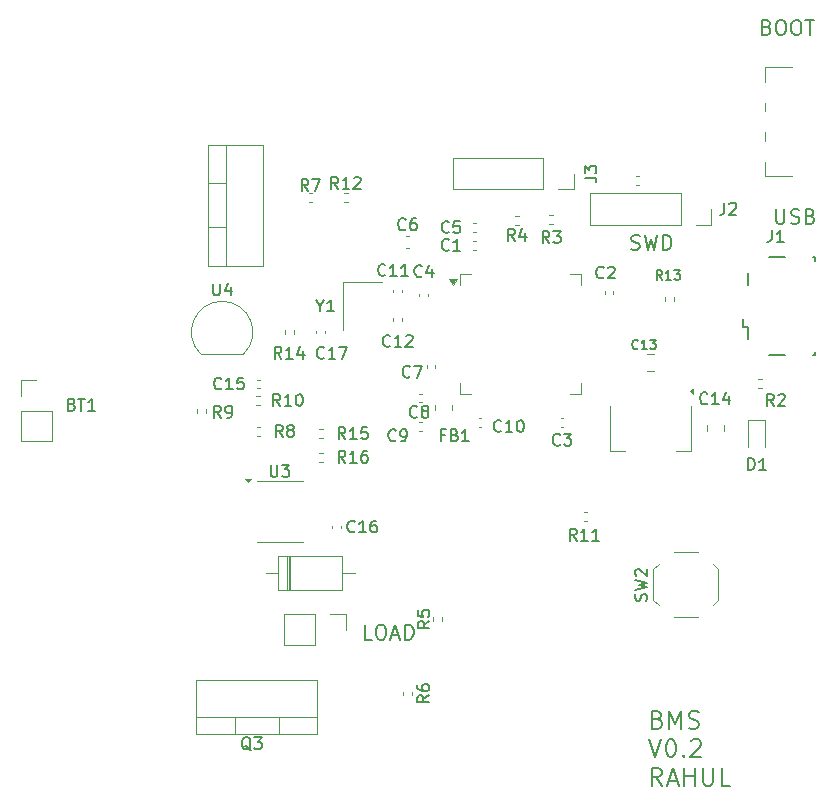
<source format=gbr>
%TF.GenerationSoftware,KiCad,Pcbnew,8.0.8*%
%TF.CreationDate,2025-03-25T11:50:14+11:00*%
%TF.ProjectId,STM32BMS,53544d33-3242-44d5-932e-6b696361645f,rev?*%
%TF.SameCoordinates,Original*%
%TF.FileFunction,Legend,Top*%
%TF.FilePolarity,Positive*%
%FSLAX46Y46*%
G04 Gerber Fmt 4.6, Leading zero omitted, Abs format (unit mm)*
G04 Created by KiCad (PCBNEW 8.0.8) date 2025-03-25 11:50:14*
%MOMM*%
%LPD*%
G01*
G04 APERTURE LIST*
%ADD10C,0.200000*%
%ADD11C,0.150000*%
%ADD12C,0.120000*%
G04 APERTURE END LIST*
D10*
X157429197Y-95386623D02*
X157429197Y-96398528D01*
X157429197Y-96398528D02*
X157488720Y-96517576D01*
X157488720Y-96517576D02*
X157548244Y-96577100D01*
X157548244Y-96577100D02*
X157667292Y-96636623D01*
X157667292Y-96636623D02*
X157905387Y-96636623D01*
X157905387Y-96636623D02*
X158024435Y-96577100D01*
X158024435Y-96577100D02*
X158083958Y-96517576D01*
X158083958Y-96517576D02*
X158143482Y-96398528D01*
X158143482Y-96398528D02*
X158143482Y-95386623D01*
X158679197Y-96577100D02*
X158857768Y-96636623D01*
X158857768Y-96636623D02*
X159155387Y-96636623D01*
X159155387Y-96636623D02*
X159274435Y-96577100D01*
X159274435Y-96577100D02*
X159333959Y-96517576D01*
X159333959Y-96517576D02*
X159393482Y-96398528D01*
X159393482Y-96398528D02*
X159393482Y-96279480D01*
X159393482Y-96279480D02*
X159333959Y-96160433D01*
X159333959Y-96160433D02*
X159274435Y-96100909D01*
X159274435Y-96100909D02*
X159155387Y-96041385D01*
X159155387Y-96041385D02*
X158917292Y-95981861D01*
X158917292Y-95981861D02*
X158798244Y-95922338D01*
X158798244Y-95922338D02*
X158738721Y-95862814D01*
X158738721Y-95862814D02*
X158679197Y-95743766D01*
X158679197Y-95743766D02*
X158679197Y-95624719D01*
X158679197Y-95624719D02*
X158738721Y-95505671D01*
X158738721Y-95505671D02*
X158798244Y-95446147D01*
X158798244Y-95446147D02*
X158917292Y-95386623D01*
X158917292Y-95386623D02*
X159214911Y-95386623D01*
X159214911Y-95386623D02*
X159393482Y-95446147D01*
X160345863Y-95981861D02*
X160524435Y-96041385D01*
X160524435Y-96041385D02*
X160583958Y-96100909D01*
X160583958Y-96100909D02*
X160643482Y-96219957D01*
X160643482Y-96219957D02*
X160643482Y-96398528D01*
X160643482Y-96398528D02*
X160583958Y-96517576D01*
X160583958Y-96517576D02*
X160524435Y-96577100D01*
X160524435Y-96577100D02*
X160405387Y-96636623D01*
X160405387Y-96636623D02*
X159929197Y-96636623D01*
X159929197Y-96636623D02*
X159929197Y-95386623D01*
X159929197Y-95386623D02*
X160345863Y-95386623D01*
X160345863Y-95386623D02*
X160464911Y-95446147D01*
X160464911Y-95446147D02*
X160524435Y-95505671D01*
X160524435Y-95505671D02*
X160583958Y-95624719D01*
X160583958Y-95624719D02*
X160583958Y-95743766D01*
X160583958Y-95743766D02*
X160524435Y-95862814D01*
X160524435Y-95862814D02*
X160464911Y-95922338D01*
X160464911Y-95922338D02*
X160345863Y-95981861D01*
X160345863Y-95981861D02*
X159929197Y-95981861D01*
X145169673Y-98777100D02*
X145348244Y-98836623D01*
X145348244Y-98836623D02*
X145645863Y-98836623D01*
X145645863Y-98836623D02*
X145764911Y-98777100D01*
X145764911Y-98777100D02*
X145824435Y-98717576D01*
X145824435Y-98717576D02*
X145883958Y-98598528D01*
X145883958Y-98598528D02*
X145883958Y-98479480D01*
X145883958Y-98479480D02*
X145824435Y-98360433D01*
X145824435Y-98360433D02*
X145764911Y-98300909D01*
X145764911Y-98300909D02*
X145645863Y-98241385D01*
X145645863Y-98241385D02*
X145407768Y-98181861D01*
X145407768Y-98181861D02*
X145288720Y-98122338D01*
X145288720Y-98122338D02*
X145229197Y-98062814D01*
X145229197Y-98062814D02*
X145169673Y-97943766D01*
X145169673Y-97943766D02*
X145169673Y-97824719D01*
X145169673Y-97824719D02*
X145229197Y-97705671D01*
X145229197Y-97705671D02*
X145288720Y-97646147D01*
X145288720Y-97646147D02*
X145407768Y-97586623D01*
X145407768Y-97586623D02*
X145705387Y-97586623D01*
X145705387Y-97586623D02*
X145883958Y-97646147D01*
X146300625Y-97586623D02*
X146598244Y-98836623D01*
X146598244Y-98836623D02*
X146836339Y-97943766D01*
X146836339Y-97943766D02*
X147074434Y-98836623D01*
X147074434Y-98836623D02*
X147372054Y-97586623D01*
X147848244Y-98836623D02*
X147848244Y-97586623D01*
X147848244Y-97586623D02*
X148145863Y-97586623D01*
X148145863Y-97586623D02*
X148324434Y-97646147D01*
X148324434Y-97646147D02*
X148443482Y-97765195D01*
X148443482Y-97765195D02*
X148503005Y-97884242D01*
X148503005Y-97884242D02*
X148562529Y-98122338D01*
X148562529Y-98122338D02*
X148562529Y-98300909D01*
X148562529Y-98300909D02*
X148503005Y-98539004D01*
X148503005Y-98539004D02*
X148443482Y-98658052D01*
X148443482Y-98658052D02*
X148324434Y-98777100D01*
X148324434Y-98777100D02*
X148145863Y-98836623D01*
X148145863Y-98836623D02*
X147848244Y-98836623D01*
X123224435Y-131836623D02*
X122629197Y-131836623D01*
X122629197Y-131836623D02*
X122629197Y-130586623D01*
X123879197Y-130586623D02*
X124117292Y-130586623D01*
X124117292Y-130586623D02*
X124236340Y-130646147D01*
X124236340Y-130646147D02*
X124355387Y-130765195D01*
X124355387Y-130765195D02*
X124414911Y-131003290D01*
X124414911Y-131003290D02*
X124414911Y-131419957D01*
X124414911Y-131419957D02*
X124355387Y-131658052D01*
X124355387Y-131658052D02*
X124236340Y-131777100D01*
X124236340Y-131777100D02*
X124117292Y-131836623D01*
X124117292Y-131836623D02*
X123879197Y-131836623D01*
X123879197Y-131836623D02*
X123760149Y-131777100D01*
X123760149Y-131777100D02*
X123641102Y-131658052D01*
X123641102Y-131658052D02*
X123581578Y-131419957D01*
X123581578Y-131419957D02*
X123581578Y-131003290D01*
X123581578Y-131003290D02*
X123641102Y-130765195D01*
X123641102Y-130765195D02*
X123760149Y-130646147D01*
X123760149Y-130646147D02*
X123879197Y-130586623D01*
X124891102Y-131479480D02*
X125486340Y-131479480D01*
X124772054Y-131836623D02*
X125188721Y-130586623D01*
X125188721Y-130586623D02*
X125605387Y-131836623D01*
X126022055Y-131836623D02*
X126022055Y-130586623D01*
X126022055Y-130586623D02*
X126319674Y-130586623D01*
X126319674Y-130586623D02*
X126498245Y-130646147D01*
X126498245Y-130646147D02*
X126617293Y-130765195D01*
X126617293Y-130765195D02*
X126676816Y-130884242D01*
X126676816Y-130884242D02*
X126736340Y-131122338D01*
X126736340Y-131122338D02*
X126736340Y-131300909D01*
X126736340Y-131300909D02*
X126676816Y-131539004D01*
X126676816Y-131539004D02*
X126617293Y-131658052D01*
X126617293Y-131658052D02*
X126498245Y-131777100D01*
X126498245Y-131777100D02*
X126319674Y-131836623D01*
X126319674Y-131836623D02*
X126022055Y-131836623D01*
X156645863Y-79981861D02*
X156824435Y-80041385D01*
X156824435Y-80041385D02*
X156883958Y-80100909D01*
X156883958Y-80100909D02*
X156943482Y-80219957D01*
X156943482Y-80219957D02*
X156943482Y-80398528D01*
X156943482Y-80398528D02*
X156883958Y-80517576D01*
X156883958Y-80517576D02*
X156824435Y-80577100D01*
X156824435Y-80577100D02*
X156705387Y-80636623D01*
X156705387Y-80636623D02*
X156229197Y-80636623D01*
X156229197Y-80636623D02*
X156229197Y-79386623D01*
X156229197Y-79386623D02*
X156645863Y-79386623D01*
X156645863Y-79386623D02*
X156764911Y-79446147D01*
X156764911Y-79446147D02*
X156824435Y-79505671D01*
X156824435Y-79505671D02*
X156883958Y-79624719D01*
X156883958Y-79624719D02*
X156883958Y-79743766D01*
X156883958Y-79743766D02*
X156824435Y-79862814D01*
X156824435Y-79862814D02*
X156764911Y-79922338D01*
X156764911Y-79922338D02*
X156645863Y-79981861D01*
X156645863Y-79981861D02*
X156229197Y-79981861D01*
X157717292Y-79386623D02*
X157955387Y-79386623D01*
X157955387Y-79386623D02*
X158074435Y-79446147D01*
X158074435Y-79446147D02*
X158193482Y-79565195D01*
X158193482Y-79565195D02*
X158253006Y-79803290D01*
X158253006Y-79803290D02*
X158253006Y-80219957D01*
X158253006Y-80219957D02*
X158193482Y-80458052D01*
X158193482Y-80458052D02*
X158074435Y-80577100D01*
X158074435Y-80577100D02*
X157955387Y-80636623D01*
X157955387Y-80636623D02*
X157717292Y-80636623D01*
X157717292Y-80636623D02*
X157598244Y-80577100D01*
X157598244Y-80577100D02*
X157479197Y-80458052D01*
X157479197Y-80458052D02*
X157419673Y-80219957D01*
X157419673Y-80219957D02*
X157419673Y-79803290D01*
X157419673Y-79803290D02*
X157479197Y-79565195D01*
X157479197Y-79565195D02*
X157598244Y-79446147D01*
X157598244Y-79446147D02*
X157717292Y-79386623D01*
X159026816Y-79386623D02*
X159264911Y-79386623D01*
X159264911Y-79386623D02*
X159383959Y-79446147D01*
X159383959Y-79446147D02*
X159503006Y-79565195D01*
X159503006Y-79565195D02*
X159562530Y-79803290D01*
X159562530Y-79803290D02*
X159562530Y-80219957D01*
X159562530Y-80219957D02*
X159503006Y-80458052D01*
X159503006Y-80458052D02*
X159383959Y-80577100D01*
X159383959Y-80577100D02*
X159264911Y-80636623D01*
X159264911Y-80636623D02*
X159026816Y-80636623D01*
X159026816Y-80636623D02*
X158907768Y-80577100D01*
X158907768Y-80577100D02*
X158788721Y-80458052D01*
X158788721Y-80458052D02*
X158729197Y-80219957D01*
X158729197Y-80219957D02*
X158729197Y-79803290D01*
X158729197Y-79803290D02*
X158788721Y-79565195D01*
X158788721Y-79565195D02*
X158907768Y-79446147D01*
X158907768Y-79446147D02*
X159026816Y-79386623D01*
X159919673Y-79386623D02*
X160633959Y-79386623D01*
X160276816Y-80636623D02*
X160276816Y-79386623D01*
X147388720Y-138590482D02*
X147603006Y-138661910D01*
X147603006Y-138661910D02*
X147674435Y-138733339D01*
X147674435Y-138733339D02*
X147745863Y-138876196D01*
X147745863Y-138876196D02*
X147745863Y-139090482D01*
X147745863Y-139090482D02*
X147674435Y-139233339D01*
X147674435Y-139233339D02*
X147603006Y-139304768D01*
X147603006Y-139304768D02*
X147460149Y-139376196D01*
X147460149Y-139376196D02*
X146888720Y-139376196D01*
X146888720Y-139376196D02*
X146888720Y-137876196D01*
X146888720Y-137876196D02*
X147388720Y-137876196D01*
X147388720Y-137876196D02*
X147531578Y-137947625D01*
X147531578Y-137947625D02*
X147603006Y-138019053D01*
X147603006Y-138019053D02*
X147674435Y-138161910D01*
X147674435Y-138161910D02*
X147674435Y-138304768D01*
X147674435Y-138304768D02*
X147603006Y-138447625D01*
X147603006Y-138447625D02*
X147531578Y-138519053D01*
X147531578Y-138519053D02*
X147388720Y-138590482D01*
X147388720Y-138590482D02*
X146888720Y-138590482D01*
X148388720Y-139376196D02*
X148388720Y-137876196D01*
X148388720Y-137876196D02*
X148888720Y-138947625D01*
X148888720Y-138947625D02*
X149388720Y-137876196D01*
X149388720Y-137876196D02*
X149388720Y-139376196D01*
X150031578Y-139304768D02*
X150245864Y-139376196D01*
X150245864Y-139376196D02*
X150603006Y-139376196D01*
X150603006Y-139376196D02*
X150745864Y-139304768D01*
X150745864Y-139304768D02*
X150817292Y-139233339D01*
X150817292Y-139233339D02*
X150888721Y-139090482D01*
X150888721Y-139090482D02*
X150888721Y-138947625D01*
X150888721Y-138947625D02*
X150817292Y-138804768D01*
X150817292Y-138804768D02*
X150745864Y-138733339D01*
X150745864Y-138733339D02*
X150603006Y-138661910D01*
X150603006Y-138661910D02*
X150317292Y-138590482D01*
X150317292Y-138590482D02*
X150174435Y-138519053D01*
X150174435Y-138519053D02*
X150103006Y-138447625D01*
X150103006Y-138447625D02*
X150031578Y-138304768D01*
X150031578Y-138304768D02*
X150031578Y-138161910D01*
X150031578Y-138161910D02*
X150103006Y-138019053D01*
X150103006Y-138019053D02*
X150174435Y-137947625D01*
X150174435Y-137947625D02*
X150317292Y-137876196D01*
X150317292Y-137876196D02*
X150674435Y-137876196D01*
X150674435Y-137876196D02*
X150888721Y-137947625D01*
X146674435Y-140291112D02*
X147174435Y-141791112D01*
X147174435Y-141791112D02*
X147674435Y-140291112D01*
X148460149Y-140291112D02*
X148603006Y-140291112D01*
X148603006Y-140291112D02*
X148745863Y-140362541D01*
X148745863Y-140362541D02*
X148817292Y-140433969D01*
X148817292Y-140433969D02*
X148888720Y-140576826D01*
X148888720Y-140576826D02*
X148960149Y-140862541D01*
X148960149Y-140862541D02*
X148960149Y-141219684D01*
X148960149Y-141219684D02*
X148888720Y-141505398D01*
X148888720Y-141505398D02*
X148817292Y-141648255D01*
X148817292Y-141648255D02*
X148745863Y-141719684D01*
X148745863Y-141719684D02*
X148603006Y-141791112D01*
X148603006Y-141791112D02*
X148460149Y-141791112D01*
X148460149Y-141791112D02*
X148317292Y-141719684D01*
X148317292Y-141719684D02*
X148245863Y-141648255D01*
X148245863Y-141648255D02*
X148174434Y-141505398D01*
X148174434Y-141505398D02*
X148103006Y-141219684D01*
X148103006Y-141219684D02*
X148103006Y-140862541D01*
X148103006Y-140862541D02*
X148174434Y-140576826D01*
X148174434Y-140576826D02*
X148245863Y-140433969D01*
X148245863Y-140433969D02*
X148317292Y-140362541D01*
X148317292Y-140362541D02*
X148460149Y-140291112D01*
X149603005Y-141648255D02*
X149674434Y-141719684D01*
X149674434Y-141719684D02*
X149603005Y-141791112D01*
X149603005Y-141791112D02*
X149531577Y-141719684D01*
X149531577Y-141719684D02*
X149603005Y-141648255D01*
X149603005Y-141648255D02*
X149603005Y-141791112D01*
X150245863Y-140433969D02*
X150317291Y-140362541D01*
X150317291Y-140362541D02*
X150460149Y-140291112D01*
X150460149Y-140291112D02*
X150817291Y-140291112D01*
X150817291Y-140291112D02*
X150960149Y-140362541D01*
X150960149Y-140362541D02*
X151031577Y-140433969D01*
X151031577Y-140433969D02*
X151103006Y-140576826D01*
X151103006Y-140576826D02*
X151103006Y-140719684D01*
X151103006Y-140719684D02*
X151031577Y-140933969D01*
X151031577Y-140933969D02*
X150174434Y-141791112D01*
X150174434Y-141791112D02*
X151103006Y-141791112D01*
X147745863Y-144206028D02*
X147245863Y-143491742D01*
X146888720Y-144206028D02*
X146888720Y-142706028D01*
X146888720Y-142706028D02*
X147460149Y-142706028D01*
X147460149Y-142706028D02*
X147603006Y-142777457D01*
X147603006Y-142777457D02*
X147674435Y-142848885D01*
X147674435Y-142848885D02*
X147745863Y-142991742D01*
X147745863Y-142991742D02*
X147745863Y-143206028D01*
X147745863Y-143206028D02*
X147674435Y-143348885D01*
X147674435Y-143348885D02*
X147603006Y-143420314D01*
X147603006Y-143420314D02*
X147460149Y-143491742D01*
X147460149Y-143491742D02*
X146888720Y-143491742D01*
X148317292Y-143777457D02*
X149031578Y-143777457D01*
X148174435Y-144206028D02*
X148674435Y-142706028D01*
X148674435Y-142706028D02*
X149174435Y-144206028D01*
X149674434Y-144206028D02*
X149674434Y-142706028D01*
X149674434Y-143420314D02*
X150531577Y-143420314D01*
X150531577Y-144206028D02*
X150531577Y-142706028D01*
X151245863Y-142706028D02*
X151245863Y-143920314D01*
X151245863Y-143920314D02*
X151317292Y-144063171D01*
X151317292Y-144063171D02*
X151388721Y-144134600D01*
X151388721Y-144134600D02*
X151531578Y-144206028D01*
X151531578Y-144206028D02*
X151817292Y-144206028D01*
X151817292Y-144206028D02*
X151960149Y-144134600D01*
X151960149Y-144134600D02*
X152031578Y-144063171D01*
X152031578Y-144063171D02*
X152103006Y-143920314D01*
X152103006Y-143920314D02*
X152103006Y-142706028D01*
X153531578Y-144206028D02*
X152817292Y-144206028D01*
X152817292Y-144206028D02*
X152817292Y-142706028D01*
D11*
X97814285Y-111931009D02*
X97957142Y-111978628D01*
X97957142Y-111978628D02*
X98004761Y-112026247D01*
X98004761Y-112026247D02*
X98052380Y-112121485D01*
X98052380Y-112121485D02*
X98052380Y-112264342D01*
X98052380Y-112264342D02*
X98004761Y-112359580D01*
X98004761Y-112359580D02*
X97957142Y-112407200D01*
X97957142Y-112407200D02*
X97861904Y-112454819D01*
X97861904Y-112454819D02*
X97480952Y-112454819D01*
X97480952Y-112454819D02*
X97480952Y-111454819D01*
X97480952Y-111454819D02*
X97814285Y-111454819D01*
X97814285Y-111454819D02*
X97909523Y-111502438D01*
X97909523Y-111502438D02*
X97957142Y-111550057D01*
X97957142Y-111550057D02*
X98004761Y-111645295D01*
X98004761Y-111645295D02*
X98004761Y-111740533D01*
X98004761Y-111740533D02*
X97957142Y-111835771D01*
X97957142Y-111835771D02*
X97909523Y-111883390D01*
X97909523Y-111883390D02*
X97814285Y-111931009D01*
X97814285Y-111931009D02*
X97480952Y-111931009D01*
X98338095Y-111454819D02*
X98909523Y-111454819D01*
X98623809Y-112454819D02*
X98623809Y-111454819D01*
X99766666Y-112454819D02*
X99195238Y-112454819D01*
X99480952Y-112454819D02*
X99480952Y-111454819D01*
X99480952Y-111454819D02*
X99385714Y-111597676D01*
X99385714Y-111597676D02*
X99290476Y-111692914D01*
X99290476Y-111692914D02*
X99195238Y-111740533D01*
X115437142Y-112054819D02*
X115103809Y-111578628D01*
X114865714Y-112054819D02*
X114865714Y-111054819D01*
X114865714Y-111054819D02*
X115246666Y-111054819D01*
X115246666Y-111054819D02*
X115341904Y-111102438D01*
X115341904Y-111102438D02*
X115389523Y-111150057D01*
X115389523Y-111150057D02*
X115437142Y-111245295D01*
X115437142Y-111245295D02*
X115437142Y-111388152D01*
X115437142Y-111388152D02*
X115389523Y-111483390D01*
X115389523Y-111483390D02*
X115341904Y-111531009D01*
X115341904Y-111531009D02*
X115246666Y-111578628D01*
X115246666Y-111578628D02*
X114865714Y-111578628D01*
X116389523Y-112054819D02*
X115818095Y-112054819D01*
X116103809Y-112054819D02*
X116103809Y-111054819D01*
X116103809Y-111054819D02*
X116008571Y-111197676D01*
X116008571Y-111197676D02*
X115913333Y-111292914D01*
X115913333Y-111292914D02*
X115818095Y-111340533D01*
X117008571Y-111054819D02*
X117103809Y-111054819D01*
X117103809Y-111054819D02*
X117199047Y-111102438D01*
X117199047Y-111102438D02*
X117246666Y-111150057D01*
X117246666Y-111150057D02*
X117294285Y-111245295D01*
X117294285Y-111245295D02*
X117341904Y-111435771D01*
X117341904Y-111435771D02*
X117341904Y-111673866D01*
X117341904Y-111673866D02*
X117294285Y-111864342D01*
X117294285Y-111864342D02*
X117246666Y-111959580D01*
X117246666Y-111959580D02*
X117199047Y-112007200D01*
X117199047Y-112007200D02*
X117103809Y-112054819D01*
X117103809Y-112054819D02*
X117008571Y-112054819D01*
X117008571Y-112054819D02*
X116913333Y-112007200D01*
X116913333Y-112007200D02*
X116865714Y-111959580D01*
X116865714Y-111959580D02*
X116818095Y-111864342D01*
X116818095Y-111864342D02*
X116770476Y-111673866D01*
X116770476Y-111673866D02*
X116770476Y-111435771D01*
X116770476Y-111435771D02*
X116818095Y-111245295D01*
X116818095Y-111245295D02*
X116865714Y-111150057D01*
X116865714Y-111150057D02*
X116913333Y-111102438D01*
X116913333Y-111102438D02*
X117008571Y-111054819D01*
X120957142Y-114854819D02*
X120623809Y-114378628D01*
X120385714Y-114854819D02*
X120385714Y-113854819D01*
X120385714Y-113854819D02*
X120766666Y-113854819D01*
X120766666Y-113854819D02*
X120861904Y-113902438D01*
X120861904Y-113902438D02*
X120909523Y-113950057D01*
X120909523Y-113950057D02*
X120957142Y-114045295D01*
X120957142Y-114045295D02*
X120957142Y-114188152D01*
X120957142Y-114188152D02*
X120909523Y-114283390D01*
X120909523Y-114283390D02*
X120861904Y-114331009D01*
X120861904Y-114331009D02*
X120766666Y-114378628D01*
X120766666Y-114378628D02*
X120385714Y-114378628D01*
X121909523Y-114854819D02*
X121338095Y-114854819D01*
X121623809Y-114854819D02*
X121623809Y-113854819D01*
X121623809Y-113854819D02*
X121528571Y-113997676D01*
X121528571Y-113997676D02*
X121433333Y-114092914D01*
X121433333Y-114092914D02*
X121338095Y-114140533D01*
X122814285Y-113854819D02*
X122338095Y-113854819D01*
X122338095Y-113854819D02*
X122290476Y-114331009D01*
X122290476Y-114331009D02*
X122338095Y-114283390D01*
X122338095Y-114283390D02*
X122433333Y-114235771D01*
X122433333Y-114235771D02*
X122671428Y-114235771D01*
X122671428Y-114235771D02*
X122766666Y-114283390D01*
X122766666Y-114283390D02*
X122814285Y-114331009D01*
X122814285Y-114331009D02*
X122861904Y-114426247D01*
X122861904Y-114426247D02*
X122861904Y-114664342D01*
X122861904Y-114664342D02*
X122814285Y-114759580D01*
X122814285Y-114759580D02*
X122766666Y-114807200D01*
X122766666Y-114807200D02*
X122671428Y-114854819D01*
X122671428Y-114854819D02*
X122433333Y-114854819D01*
X122433333Y-114854819D02*
X122338095Y-114807200D01*
X122338095Y-114807200D02*
X122290476Y-114759580D01*
X125233333Y-114959580D02*
X125185714Y-115007200D01*
X125185714Y-115007200D02*
X125042857Y-115054819D01*
X125042857Y-115054819D02*
X124947619Y-115054819D01*
X124947619Y-115054819D02*
X124804762Y-115007200D01*
X124804762Y-115007200D02*
X124709524Y-114911961D01*
X124709524Y-114911961D02*
X124661905Y-114816723D01*
X124661905Y-114816723D02*
X124614286Y-114626247D01*
X124614286Y-114626247D02*
X124614286Y-114483390D01*
X124614286Y-114483390D02*
X124661905Y-114292914D01*
X124661905Y-114292914D02*
X124709524Y-114197676D01*
X124709524Y-114197676D02*
X124804762Y-114102438D01*
X124804762Y-114102438D02*
X124947619Y-114054819D01*
X124947619Y-114054819D02*
X125042857Y-114054819D01*
X125042857Y-114054819D02*
X125185714Y-114102438D01*
X125185714Y-114102438D02*
X125233333Y-114150057D01*
X125709524Y-115054819D02*
X125900000Y-115054819D01*
X125900000Y-115054819D02*
X125995238Y-115007200D01*
X125995238Y-115007200D02*
X126042857Y-114959580D01*
X126042857Y-114959580D02*
X126138095Y-114816723D01*
X126138095Y-114816723D02*
X126185714Y-114626247D01*
X126185714Y-114626247D02*
X126185714Y-114245295D01*
X126185714Y-114245295D02*
X126138095Y-114150057D01*
X126138095Y-114150057D02*
X126090476Y-114102438D01*
X126090476Y-114102438D02*
X125995238Y-114054819D01*
X125995238Y-114054819D02*
X125804762Y-114054819D01*
X125804762Y-114054819D02*
X125709524Y-114102438D01*
X125709524Y-114102438D02*
X125661905Y-114150057D01*
X125661905Y-114150057D02*
X125614286Y-114245295D01*
X125614286Y-114245295D02*
X125614286Y-114483390D01*
X125614286Y-114483390D02*
X125661905Y-114578628D01*
X125661905Y-114578628D02*
X125709524Y-114626247D01*
X125709524Y-114626247D02*
X125804762Y-114673866D01*
X125804762Y-114673866D02*
X125995238Y-114673866D01*
X125995238Y-114673866D02*
X126090476Y-114626247D01*
X126090476Y-114626247D02*
X126138095Y-114578628D01*
X126138095Y-114578628D02*
X126185714Y-114483390D01*
X109768095Y-101694819D02*
X109768095Y-102504342D01*
X109768095Y-102504342D02*
X109815714Y-102599580D01*
X109815714Y-102599580D02*
X109863333Y-102647200D01*
X109863333Y-102647200D02*
X109958571Y-102694819D01*
X109958571Y-102694819D02*
X110149047Y-102694819D01*
X110149047Y-102694819D02*
X110244285Y-102647200D01*
X110244285Y-102647200D02*
X110291904Y-102599580D01*
X110291904Y-102599580D02*
X110339523Y-102504342D01*
X110339523Y-102504342D02*
X110339523Y-101694819D01*
X111244285Y-102028152D02*
X111244285Y-102694819D01*
X111006190Y-101647200D02*
X110768095Y-102361485D01*
X110768095Y-102361485D02*
X111387142Y-102361485D01*
X110433333Y-113054819D02*
X110100000Y-112578628D01*
X109861905Y-113054819D02*
X109861905Y-112054819D01*
X109861905Y-112054819D02*
X110242857Y-112054819D01*
X110242857Y-112054819D02*
X110338095Y-112102438D01*
X110338095Y-112102438D02*
X110385714Y-112150057D01*
X110385714Y-112150057D02*
X110433333Y-112245295D01*
X110433333Y-112245295D02*
X110433333Y-112388152D01*
X110433333Y-112388152D02*
X110385714Y-112483390D01*
X110385714Y-112483390D02*
X110338095Y-112531009D01*
X110338095Y-112531009D02*
X110242857Y-112578628D01*
X110242857Y-112578628D02*
X109861905Y-112578628D01*
X110909524Y-113054819D02*
X111100000Y-113054819D01*
X111100000Y-113054819D02*
X111195238Y-113007200D01*
X111195238Y-113007200D02*
X111242857Y-112959580D01*
X111242857Y-112959580D02*
X111338095Y-112816723D01*
X111338095Y-112816723D02*
X111385714Y-112626247D01*
X111385714Y-112626247D02*
X111385714Y-112245295D01*
X111385714Y-112245295D02*
X111338095Y-112150057D01*
X111338095Y-112150057D02*
X111290476Y-112102438D01*
X111290476Y-112102438D02*
X111195238Y-112054819D01*
X111195238Y-112054819D02*
X111004762Y-112054819D01*
X111004762Y-112054819D02*
X110909524Y-112102438D01*
X110909524Y-112102438D02*
X110861905Y-112150057D01*
X110861905Y-112150057D02*
X110814286Y-112245295D01*
X110814286Y-112245295D02*
X110814286Y-112483390D01*
X110814286Y-112483390D02*
X110861905Y-112578628D01*
X110861905Y-112578628D02*
X110909524Y-112626247D01*
X110909524Y-112626247D02*
X111004762Y-112673866D01*
X111004762Y-112673866D02*
X111195238Y-112673866D01*
X111195238Y-112673866D02*
X111290476Y-112626247D01*
X111290476Y-112626247D02*
X111338095Y-112578628D01*
X111338095Y-112578628D02*
X111385714Y-112483390D01*
X128054819Y-136566666D02*
X127578628Y-136899999D01*
X128054819Y-137138094D02*
X127054819Y-137138094D01*
X127054819Y-137138094D02*
X127054819Y-136757142D01*
X127054819Y-136757142D02*
X127102438Y-136661904D01*
X127102438Y-136661904D02*
X127150057Y-136614285D01*
X127150057Y-136614285D02*
X127245295Y-136566666D01*
X127245295Y-136566666D02*
X127388152Y-136566666D01*
X127388152Y-136566666D02*
X127483390Y-136614285D01*
X127483390Y-136614285D02*
X127531009Y-136661904D01*
X127531009Y-136661904D02*
X127578628Y-136757142D01*
X127578628Y-136757142D02*
X127578628Y-137138094D01*
X127054819Y-135709523D02*
X127054819Y-135899999D01*
X127054819Y-135899999D02*
X127102438Y-135995237D01*
X127102438Y-135995237D02*
X127150057Y-136042856D01*
X127150057Y-136042856D02*
X127292914Y-136138094D01*
X127292914Y-136138094D02*
X127483390Y-136185713D01*
X127483390Y-136185713D02*
X127864342Y-136185713D01*
X127864342Y-136185713D02*
X127959580Y-136138094D01*
X127959580Y-136138094D02*
X128007200Y-136090475D01*
X128007200Y-136090475D02*
X128054819Y-135995237D01*
X128054819Y-135995237D02*
X128054819Y-135804761D01*
X128054819Y-135804761D02*
X128007200Y-135709523D01*
X128007200Y-135709523D02*
X127959580Y-135661904D01*
X127959580Y-135661904D02*
X127864342Y-135614285D01*
X127864342Y-135614285D02*
X127626247Y-135614285D01*
X127626247Y-135614285D02*
X127531009Y-135661904D01*
X127531009Y-135661904D02*
X127483390Y-135709523D01*
X127483390Y-135709523D02*
X127435771Y-135804761D01*
X127435771Y-135804761D02*
X127435771Y-135995237D01*
X127435771Y-135995237D02*
X127483390Y-136090475D01*
X127483390Y-136090475D02*
X127531009Y-136138094D01*
X127531009Y-136138094D02*
X127626247Y-136185713D01*
X151607142Y-111817080D02*
X151559523Y-111864700D01*
X151559523Y-111864700D02*
X151416666Y-111912319D01*
X151416666Y-111912319D02*
X151321428Y-111912319D01*
X151321428Y-111912319D02*
X151178571Y-111864700D01*
X151178571Y-111864700D02*
X151083333Y-111769461D01*
X151083333Y-111769461D02*
X151035714Y-111674223D01*
X151035714Y-111674223D02*
X150988095Y-111483747D01*
X150988095Y-111483747D02*
X150988095Y-111340890D01*
X150988095Y-111340890D02*
X151035714Y-111150414D01*
X151035714Y-111150414D02*
X151083333Y-111055176D01*
X151083333Y-111055176D02*
X151178571Y-110959938D01*
X151178571Y-110959938D02*
X151321428Y-110912319D01*
X151321428Y-110912319D02*
X151416666Y-110912319D01*
X151416666Y-110912319D02*
X151559523Y-110959938D01*
X151559523Y-110959938D02*
X151607142Y-111007557D01*
X152559523Y-111912319D02*
X151988095Y-111912319D01*
X152273809Y-111912319D02*
X152273809Y-110912319D01*
X152273809Y-110912319D02*
X152178571Y-111055176D01*
X152178571Y-111055176D02*
X152083333Y-111150414D01*
X152083333Y-111150414D02*
X151988095Y-111198033D01*
X153416666Y-111245652D02*
X153416666Y-111912319D01*
X153178571Y-110864700D02*
X152940476Y-111578985D01*
X152940476Y-111578985D02*
X153559523Y-111578985D01*
X140537142Y-123454819D02*
X140203809Y-122978628D01*
X139965714Y-123454819D02*
X139965714Y-122454819D01*
X139965714Y-122454819D02*
X140346666Y-122454819D01*
X140346666Y-122454819D02*
X140441904Y-122502438D01*
X140441904Y-122502438D02*
X140489523Y-122550057D01*
X140489523Y-122550057D02*
X140537142Y-122645295D01*
X140537142Y-122645295D02*
X140537142Y-122788152D01*
X140537142Y-122788152D02*
X140489523Y-122883390D01*
X140489523Y-122883390D02*
X140441904Y-122931009D01*
X140441904Y-122931009D02*
X140346666Y-122978628D01*
X140346666Y-122978628D02*
X139965714Y-122978628D01*
X141489523Y-123454819D02*
X140918095Y-123454819D01*
X141203809Y-123454819D02*
X141203809Y-122454819D01*
X141203809Y-122454819D02*
X141108571Y-122597676D01*
X141108571Y-122597676D02*
X141013333Y-122692914D01*
X141013333Y-122692914D02*
X140918095Y-122740533D01*
X142441904Y-123454819D02*
X141870476Y-123454819D01*
X142156190Y-123454819D02*
X142156190Y-122454819D01*
X142156190Y-122454819D02*
X142060952Y-122597676D01*
X142060952Y-122597676D02*
X141965714Y-122692914D01*
X141965714Y-122692914D02*
X141870476Y-122740533D01*
X119157142Y-107959580D02*
X119109523Y-108007200D01*
X119109523Y-108007200D02*
X118966666Y-108054819D01*
X118966666Y-108054819D02*
X118871428Y-108054819D01*
X118871428Y-108054819D02*
X118728571Y-108007200D01*
X118728571Y-108007200D02*
X118633333Y-107911961D01*
X118633333Y-107911961D02*
X118585714Y-107816723D01*
X118585714Y-107816723D02*
X118538095Y-107626247D01*
X118538095Y-107626247D02*
X118538095Y-107483390D01*
X118538095Y-107483390D02*
X118585714Y-107292914D01*
X118585714Y-107292914D02*
X118633333Y-107197676D01*
X118633333Y-107197676D02*
X118728571Y-107102438D01*
X118728571Y-107102438D02*
X118871428Y-107054819D01*
X118871428Y-107054819D02*
X118966666Y-107054819D01*
X118966666Y-107054819D02*
X119109523Y-107102438D01*
X119109523Y-107102438D02*
X119157142Y-107150057D01*
X120109523Y-108054819D02*
X119538095Y-108054819D01*
X119823809Y-108054819D02*
X119823809Y-107054819D01*
X119823809Y-107054819D02*
X119728571Y-107197676D01*
X119728571Y-107197676D02*
X119633333Y-107292914D01*
X119633333Y-107292914D02*
X119538095Y-107340533D01*
X120442857Y-107054819D02*
X121109523Y-107054819D01*
X121109523Y-107054819D02*
X120680952Y-108054819D01*
X157061666Y-97184819D02*
X157061666Y-97899104D01*
X157061666Y-97899104D02*
X157014047Y-98041961D01*
X157014047Y-98041961D02*
X156918809Y-98137200D01*
X156918809Y-98137200D02*
X156775952Y-98184819D01*
X156775952Y-98184819D02*
X156680714Y-98184819D01*
X158061666Y-98184819D02*
X157490238Y-98184819D01*
X157775952Y-98184819D02*
X157775952Y-97184819D01*
X157775952Y-97184819D02*
X157680714Y-97327676D01*
X157680714Y-97327676D02*
X157585476Y-97422914D01*
X157585476Y-97422914D02*
X157490238Y-97470533D01*
X115557142Y-108054819D02*
X115223809Y-107578628D01*
X114985714Y-108054819D02*
X114985714Y-107054819D01*
X114985714Y-107054819D02*
X115366666Y-107054819D01*
X115366666Y-107054819D02*
X115461904Y-107102438D01*
X115461904Y-107102438D02*
X115509523Y-107150057D01*
X115509523Y-107150057D02*
X115557142Y-107245295D01*
X115557142Y-107245295D02*
X115557142Y-107388152D01*
X115557142Y-107388152D02*
X115509523Y-107483390D01*
X115509523Y-107483390D02*
X115461904Y-107531009D01*
X115461904Y-107531009D02*
X115366666Y-107578628D01*
X115366666Y-107578628D02*
X114985714Y-107578628D01*
X116509523Y-108054819D02*
X115938095Y-108054819D01*
X116223809Y-108054819D02*
X116223809Y-107054819D01*
X116223809Y-107054819D02*
X116128571Y-107197676D01*
X116128571Y-107197676D02*
X116033333Y-107292914D01*
X116033333Y-107292914D02*
X115938095Y-107340533D01*
X117366666Y-107388152D02*
X117366666Y-108054819D01*
X117128571Y-107007200D02*
X116890476Y-107721485D01*
X116890476Y-107721485D02*
X117509523Y-107721485D01*
X145735714Y-107186104D02*
X145697618Y-107224200D01*
X145697618Y-107224200D02*
X145583333Y-107262295D01*
X145583333Y-107262295D02*
X145507142Y-107262295D01*
X145507142Y-107262295D02*
X145392856Y-107224200D01*
X145392856Y-107224200D02*
X145316666Y-107148009D01*
X145316666Y-107148009D02*
X145278571Y-107071819D01*
X145278571Y-107071819D02*
X145240475Y-106919438D01*
X145240475Y-106919438D02*
X145240475Y-106805152D01*
X145240475Y-106805152D02*
X145278571Y-106652771D01*
X145278571Y-106652771D02*
X145316666Y-106576580D01*
X145316666Y-106576580D02*
X145392856Y-106500390D01*
X145392856Y-106500390D02*
X145507142Y-106462295D01*
X145507142Y-106462295D02*
X145583333Y-106462295D01*
X145583333Y-106462295D02*
X145697618Y-106500390D01*
X145697618Y-106500390D02*
X145735714Y-106538485D01*
X146497618Y-107262295D02*
X146040475Y-107262295D01*
X146269047Y-107262295D02*
X146269047Y-106462295D01*
X146269047Y-106462295D02*
X146192856Y-106576580D01*
X146192856Y-106576580D02*
X146116666Y-106652771D01*
X146116666Y-106652771D02*
X146040475Y-106690866D01*
X146764285Y-106462295D02*
X147259523Y-106462295D01*
X147259523Y-106462295D02*
X146992857Y-106767057D01*
X146992857Y-106767057D02*
X147107142Y-106767057D01*
X147107142Y-106767057D02*
X147183333Y-106805152D01*
X147183333Y-106805152D02*
X147221428Y-106843247D01*
X147221428Y-106843247D02*
X147259523Y-106919438D01*
X147259523Y-106919438D02*
X147259523Y-107109914D01*
X147259523Y-107109914D02*
X147221428Y-107186104D01*
X147221428Y-107186104D02*
X147183333Y-107224200D01*
X147183333Y-107224200D02*
X147107142Y-107262295D01*
X147107142Y-107262295D02*
X146878571Y-107262295D01*
X146878571Y-107262295D02*
X146802380Y-107224200D01*
X146802380Y-107224200D02*
X146764285Y-107186104D01*
X120357142Y-93684819D02*
X120023809Y-93208628D01*
X119785714Y-93684819D02*
X119785714Y-92684819D01*
X119785714Y-92684819D02*
X120166666Y-92684819D01*
X120166666Y-92684819D02*
X120261904Y-92732438D01*
X120261904Y-92732438D02*
X120309523Y-92780057D01*
X120309523Y-92780057D02*
X120357142Y-92875295D01*
X120357142Y-92875295D02*
X120357142Y-93018152D01*
X120357142Y-93018152D02*
X120309523Y-93113390D01*
X120309523Y-93113390D02*
X120261904Y-93161009D01*
X120261904Y-93161009D02*
X120166666Y-93208628D01*
X120166666Y-93208628D02*
X119785714Y-93208628D01*
X121309523Y-93684819D02*
X120738095Y-93684819D01*
X121023809Y-93684819D02*
X121023809Y-92684819D01*
X121023809Y-92684819D02*
X120928571Y-92827676D01*
X120928571Y-92827676D02*
X120833333Y-92922914D01*
X120833333Y-92922914D02*
X120738095Y-92970533D01*
X121690476Y-92780057D02*
X121738095Y-92732438D01*
X121738095Y-92732438D02*
X121833333Y-92684819D01*
X121833333Y-92684819D02*
X122071428Y-92684819D01*
X122071428Y-92684819D02*
X122166666Y-92732438D01*
X122166666Y-92732438D02*
X122214285Y-92780057D01*
X122214285Y-92780057D02*
X122261904Y-92875295D01*
X122261904Y-92875295D02*
X122261904Y-92970533D01*
X122261904Y-92970533D02*
X122214285Y-93113390D01*
X122214285Y-93113390D02*
X121642857Y-93684819D01*
X121642857Y-93684819D02*
X122261904Y-93684819D01*
X112964761Y-141220057D02*
X112869523Y-141172438D01*
X112869523Y-141172438D02*
X112774285Y-141077200D01*
X112774285Y-141077200D02*
X112631428Y-140934342D01*
X112631428Y-140934342D02*
X112536190Y-140886723D01*
X112536190Y-140886723D02*
X112440952Y-140886723D01*
X112488571Y-141124819D02*
X112393333Y-141077200D01*
X112393333Y-141077200D02*
X112298095Y-140981961D01*
X112298095Y-140981961D02*
X112250476Y-140791485D01*
X112250476Y-140791485D02*
X112250476Y-140458152D01*
X112250476Y-140458152D02*
X112298095Y-140267676D01*
X112298095Y-140267676D02*
X112393333Y-140172438D01*
X112393333Y-140172438D02*
X112488571Y-140124819D01*
X112488571Y-140124819D02*
X112679047Y-140124819D01*
X112679047Y-140124819D02*
X112774285Y-140172438D01*
X112774285Y-140172438D02*
X112869523Y-140267676D01*
X112869523Y-140267676D02*
X112917142Y-140458152D01*
X112917142Y-140458152D02*
X112917142Y-140791485D01*
X112917142Y-140791485D02*
X112869523Y-140981961D01*
X112869523Y-140981961D02*
X112774285Y-141077200D01*
X112774285Y-141077200D02*
X112679047Y-141124819D01*
X112679047Y-141124819D02*
X112488571Y-141124819D01*
X113250476Y-140124819D02*
X113869523Y-140124819D01*
X113869523Y-140124819D02*
X113536190Y-140505771D01*
X113536190Y-140505771D02*
X113679047Y-140505771D01*
X113679047Y-140505771D02*
X113774285Y-140553390D01*
X113774285Y-140553390D02*
X113821904Y-140601009D01*
X113821904Y-140601009D02*
X113869523Y-140696247D01*
X113869523Y-140696247D02*
X113869523Y-140934342D01*
X113869523Y-140934342D02*
X113821904Y-141029580D01*
X113821904Y-141029580D02*
X113774285Y-141077200D01*
X113774285Y-141077200D02*
X113679047Y-141124819D01*
X113679047Y-141124819D02*
X113393333Y-141124819D01*
X113393333Y-141124819D02*
X113298095Y-141077200D01*
X113298095Y-141077200D02*
X113250476Y-141029580D01*
X126433333Y-109559580D02*
X126385714Y-109607200D01*
X126385714Y-109607200D02*
X126242857Y-109654819D01*
X126242857Y-109654819D02*
X126147619Y-109654819D01*
X126147619Y-109654819D02*
X126004762Y-109607200D01*
X126004762Y-109607200D02*
X125909524Y-109511961D01*
X125909524Y-109511961D02*
X125861905Y-109416723D01*
X125861905Y-109416723D02*
X125814286Y-109226247D01*
X125814286Y-109226247D02*
X125814286Y-109083390D01*
X125814286Y-109083390D02*
X125861905Y-108892914D01*
X125861905Y-108892914D02*
X125909524Y-108797676D01*
X125909524Y-108797676D02*
X126004762Y-108702438D01*
X126004762Y-108702438D02*
X126147619Y-108654819D01*
X126147619Y-108654819D02*
X126242857Y-108654819D01*
X126242857Y-108654819D02*
X126385714Y-108702438D01*
X126385714Y-108702438D02*
X126433333Y-108750057D01*
X126766667Y-108654819D02*
X127433333Y-108654819D01*
X127433333Y-108654819D02*
X127004762Y-109654819D01*
X124357142Y-100959580D02*
X124309523Y-101007200D01*
X124309523Y-101007200D02*
X124166666Y-101054819D01*
X124166666Y-101054819D02*
X124071428Y-101054819D01*
X124071428Y-101054819D02*
X123928571Y-101007200D01*
X123928571Y-101007200D02*
X123833333Y-100911961D01*
X123833333Y-100911961D02*
X123785714Y-100816723D01*
X123785714Y-100816723D02*
X123738095Y-100626247D01*
X123738095Y-100626247D02*
X123738095Y-100483390D01*
X123738095Y-100483390D02*
X123785714Y-100292914D01*
X123785714Y-100292914D02*
X123833333Y-100197676D01*
X123833333Y-100197676D02*
X123928571Y-100102438D01*
X123928571Y-100102438D02*
X124071428Y-100054819D01*
X124071428Y-100054819D02*
X124166666Y-100054819D01*
X124166666Y-100054819D02*
X124309523Y-100102438D01*
X124309523Y-100102438D02*
X124357142Y-100150057D01*
X125309523Y-101054819D02*
X124738095Y-101054819D01*
X125023809Y-101054819D02*
X125023809Y-100054819D01*
X125023809Y-100054819D02*
X124928571Y-100197676D01*
X124928571Y-100197676D02*
X124833333Y-100292914D01*
X124833333Y-100292914D02*
X124738095Y-100340533D01*
X126261904Y-101054819D02*
X125690476Y-101054819D01*
X125976190Y-101054819D02*
X125976190Y-100054819D01*
X125976190Y-100054819D02*
X125880952Y-100197676D01*
X125880952Y-100197676D02*
X125785714Y-100292914D01*
X125785714Y-100292914D02*
X125690476Y-100340533D01*
X114638095Y-117054819D02*
X114638095Y-117864342D01*
X114638095Y-117864342D02*
X114685714Y-117959580D01*
X114685714Y-117959580D02*
X114733333Y-118007200D01*
X114733333Y-118007200D02*
X114828571Y-118054819D01*
X114828571Y-118054819D02*
X115019047Y-118054819D01*
X115019047Y-118054819D02*
X115114285Y-118007200D01*
X115114285Y-118007200D02*
X115161904Y-117959580D01*
X115161904Y-117959580D02*
X115209523Y-117864342D01*
X115209523Y-117864342D02*
X115209523Y-117054819D01*
X115590476Y-117054819D02*
X116209523Y-117054819D01*
X116209523Y-117054819D02*
X115876190Y-117435771D01*
X115876190Y-117435771D02*
X116019047Y-117435771D01*
X116019047Y-117435771D02*
X116114285Y-117483390D01*
X116114285Y-117483390D02*
X116161904Y-117531009D01*
X116161904Y-117531009D02*
X116209523Y-117626247D01*
X116209523Y-117626247D02*
X116209523Y-117864342D01*
X116209523Y-117864342D02*
X116161904Y-117959580D01*
X116161904Y-117959580D02*
X116114285Y-118007200D01*
X116114285Y-118007200D02*
X116019047Y-118054819D01*
X116019047Y-118054819D02*
X115733333Y-118054819D01*
X115733333Y-118054819D02*
X115638095Y-118007200D01*
X115638095Y-118007200D02*
X115590476Y-117959580D01*
X127433333Y-101059580D02*
X127385714Y-101107200D01*
X127385714Y-101107200D02*
X127242857Y-101154819D01*
X127242857Y-101154819D02*
X127147619Y-101154819D01*
X127147619Y-101154819D02*
X127004762Y-101107200D01*
X127004762Y-101107200D02*
X126909524Y-101011961D01*
X126909524Y-101011961D02*
X126861905Y-100916723D01*
X126861905Y-100916723D02*
X126814286Y-100726247D01*
X126814286Y-100726247D02*
X126814286Y-100583390D01*
X126814286Y-100583390D02*
X126861905Y-100392914D01*
X126861905Y-100392914D02*
X126909524Y-100297676D01*
X126909524Y-100297676D02*
X127004762Y-100202438D01*
X127004762Y-100202438D02*
X127147619Y-100154819D01*
X127147619Y-100154819D02*
X127242857Y-100154819D01*
X127242857Y-100154819D02*
X127385714Y-100202438D01*
X127385714Y-100202438D02*
X127433333Y-100250057D01*
X128290476Y-100488152D02*
X128290476Y-101154819D01*
X128052381Y-100107200D02*
X127814286Y-100821485D01*
X127814286Y-100821485D02*
X128433333Y-100821485D01*
X110477142Y-110559580D02*
X110429523Y-110607200D01*
X110429523Y-110607200D02*
X110286666Y-110654819D01*
X110286666Y-110654819D02*
X110191428Y-110654819D01*
X110191428Y-110654819D02*
X110048571Y-110607200D01*
X110048571Y-110607200D02*
X109953333Y-110511961D01*
X109953333Y-110511961D02*
X109905714Y-110416723D01*
X109905714Y-110416723D02*
X109858095Y-110226247D01*
X109858095Y-110226247D02*
X109858095Y-110083390D01*
X109858095Y-110083390D02*
X109905714Y-109892914D01*
X109905714Y-109892914D02*
X109953333Y-109797676D01*
X109953333Y-109797676D02*
X110048571Y-109702438D01*
X110048571Y-109702438D02*
X110191428Y-109654819D01*
X110191428Y-109654819D02*
X110286666Y-109654819D01*
X110286666Y-109654819D02*
X110429523Y-109702438D01*
X110429523Y-109702438D02*
X110477142Y-109750057D01*
X111429523Y-110654819D02*
X110858095Y-110654819D01*
X111143809Y-110654819D02*
X111143809Y-109654819D01*
X111143809Y-109654819D02*
X111048571Y-109797676D01*
X111048571Y-109797676D02*
X110953333Y-109892914D01*
X110953333Y-109892914D02*
X110858095Y-109940533D01*
X112334285Y-109654819D02*
X111858095Y-109654819D01*
X111858095Y-109654819D02*
X111810476Y-110131009D01*
X111810476Y-110131009D02*
X111858095Y-110083390D01*
X111858095Y-110083390D02*
X111953333Y-110035771D01*
X111953333Y-110035771D02*
X112191428Y-110035771D01*
X112191428Y-110035771D02*
X112286666Y-110083390D01*
X112286666Y-110083390D02*
X112334285Y-110131009D01*
X112334285Y-110131009D02*
X112381904Y-110226247D01*
X112381904Y-110226247D02*
X112381904Y-110464342D01*
X112381904Y-110464342D02*
X112334285Y-110559580D01*
X112334285Y-110559580D02*
X112286666Y-110607200D01*
X112286666Y-110607200D02*
X112191428Y-110654819D01*
X112191428Y-110654819D02*
X111953333Y-110654819D01*
X111953333Y-110654819D02*
X111858095Y-110607200D01*
X111858095Y-110607200D02*
X111810476Y-110559580D01*
X128084819Y-130276666D02*
X127608628Y-130609999D01*
X128084819Y-130848094D02*
X127084819Y-130848094D01*
X127084819Y-130848094D02*
X127084819Y-130467142D01*
X127084819Y-130467142D02*
X127132438Y-130371904D01*
X127132438Y-130371904D02*
X127180057Y-130324285D01*
X127180057Y-130324285D02*
X127275295Y-130276666D01*
X127275295Y-130276666D02*
X127418152Y-130276666D01*
X127418152Y-130276666D02*
X127513390Y-130324285D01*
X127513390Y-130324285D02*
X127561009Y-130371904D01*
X127561009Y-130371904D02*
X127608628Y-130467142D01*
X127608628Y-130467142D02*
X127608628Y-130848094D01*
X127084819Y-129371904D02*
X127084819Y-129848094D01*
X127084819Y-129848094D02*
X127561009Y-129895713D01*
X127561009Y-129895713D02*
X127513390Y-129848094D01*
X127513390Y-129848094D02*
X127465771Y-129752856D01*
X127465771Y-129752856D02*
X127465771Y-129514761D01*
X127465771Y-129514761D02*
X127513390Y-129419523D01*
X127513390Y-129419523D02*
X127561009Y-129371904D01*
X127561009Y-129371904D02*
X127656247Y-129324285D01*
X127656247Y-129324285D02*
X127894342Y-129324285D01*
X127894342Y-129324285D02*
X127989580Y-129371904D01*
X127989580Y-129371904D02*
X128037200Y-129419523D01*
X128037200Y-129419523D02*
X128084819Y-129514761D01*
X128084819Y-129514761D02*
X128084819Y-129752856D01*
X128084819Y-129752856D02*
X128037200Y-129848094D01*
X128037200Y-129848094D02*
X127989580Y-129895713D01*
X129366666Y-114531009D02*
X129033333Y-114531009D01*
X129033333Y-115054819D02*
X129033333Y-114054819D01*
X129033333Y-114054819D02*
X129509523Y-114054819D01*
X130223809Y-114531009D02*
X130366666Y-114578628D01*
X130366666Y-114578628D02*
X130414285Y-114626247D01*
X130414285Y-114626247D02*
X130461904Y-114721485D01*
X130461904Y-114721485D02*
X130461904Y-114864342D01*
X130461904Y-114864342D02*
X130414285Y-114959580D01*
X130414285Y-114959580D02*
X130366666Y-115007200D01*
X130366666Y-115007200D02*
X130271428Y-115054819D01*
X130271428Y-115054819D02*
X129890476Y-115054819D01*
X129890476Y-115054819D02*
X129890476Y-114054819D01*
X129890476Y-114054819D02*
X130223809Y-114054819D01*
X130223809Y-114054819D02*
X130319047Y-114102438D01*
X130319047Y-114102438D02*
X130366666Y-114150057D01*
X130366666Y-114150057D02*
X130414285Y-114245295D01*
X130414285Y-114245295D02*
X130414285Y-114340533D01*
X130414285Y-114340533D02*
X130366666Y-114435771D01*
X130366666Y-114435771D02*
X130319047Y-114483390D01*
X130319047Y-114483390D02*
X130223809Y-114531009D01*
X130223809Y-114531009D02*
X129890476Y-114531009D01*
X131414285Y-115054819D02*
X130842857Y-115054819D01*
X131128571Y-115054819D02*
X131128571Y-114054819D01*
X131128571Y-114054819D02*
X131033333Y-114197676D01*
X131033333Y-114197676D02*
X130938095Y-114292914D01*
X130938095Y-114292914D02*
X130842857Y-114340533D01*
X121757142Y-122679580D02*
X121709523Y-122727200D01*
X121709523Y-122727200D02*
X121566666Y-122774819D01*
X121566666Y-122774819D02*
X121471428Y-122774819D01*
X121471428Y-122774819D02*
X121328571Y-122727200D01*
X121328571Y-122727200D02*
X121233333Y-122631961D01*
X121233333Y-122631961D02*
X121185714Y-122536723D01*
X121185714Y-122536723D02*
X121138095Y-122346247D01*
X121138095Y-122346247D02*
X121138095Y-122203390D01*
X121138095Y-122203390D02*
X121185714Y-122012914D01*
X121185714Y-122012914D02*
X121233333Y-121917676D01*
X121233333Y-121917676D02*
X121328571Y-121822438D01*
X121328571Y-121822438D02*
X121471428Y-121774819D01*
X121471428Y-121774819D02*
X121566666Y-121774819D01*
X121566666Y-121774819D02*
X121709523Y-121822438D01*
X121709523Y-121822438D02*
X121757142Y-121870057D01*
X122709523Y-122774819D02*
X122138095Y-122774819D01*
X122423809Y-122774819D02*
X122423809Y-121774819D01*
X122423809Y-121774819D02*
X122328571Y-121917676D01*
X122328571Y-121917676D02*
X122233333Y-122012914D01*
X122233333Y-122012914D02*
X122138095Y-122060533D01*
X123566666Y-121774819D02*
X123376190Y-121774819D01*
X123376190Y-121774819D02*
X123280952Y-121822438D01*
X123280952Y-121822438D02*
X123233333Y-121870057D01*
X123233333Y-121870057D02*
X123138095Y-122012914D01*
X123138095Y-122012914D02*
X123090476Y-122203390D01*
X123090476Y-122203390D02*
X123090476Y-122584342D01*
X123090476Y-122584342D02*
X123138095Y-122679580D01*
X123138095Y-122679580D02*
X123185714Y-122727200D01*
X123185714Y-122727200D02*
X123280952Y-122774819D01*
X123280952Y-122774819D02*
X123471428Y-122774819D01*
X123471428Y-122774819D02*
X123566666Y-122727200D01*
X123566666Y-122727200D02*
X123614285Y-122679580D01*
X123614285Y-122679580D02*
X123661904Y-122584342D01*
X123661904Y-122584342D02*
X123661904Y-122346247D01*
X123661904Y-122346247D02*
X123614285Y-122251009D01*
X123614285Y-122251009D02*
X123566666Y-122203390D01*
X123566666Y-122203390D02*
X123471428Y-122155771D01*
X123471428Y-122155771D02*
X123280952Y-122155771D01*
X123280952Y-122155771D02*
X123185714Y-122203390D01*
X123185714Y-122203390D02*
X123138095Y-122251009D01*
X123138095Y-122251009D02*
X123090476Y-122346247D01*
X134157142Y-114159580D02*
X134109523Y-114207200D01*
X134109523Y-114207200D02*
X133966666Y-114254819D01*
X133966666Y-114254819D02*
X133871428Y-114254819D01*
X133871428Y-114254819D02*
X133728571Y-114207200D01*
X133728571Y-114207200D02*
X133633333Y-114111961D01*
X133633333Y-114111961D02*
X133585714Y-114016723D01*
X133585714Y-114016723D02*
X133538095Y-113826247D01*
X133538095Y-113826247D02*
X133538095Y-113683390D01*
X133538095Y-113683390D02*
X133585714Y-113492914D01*
X133585714Y-113492914D02*
X133633333Y-113397676D01*
X133633333Y-113397676D02*
X133728571Y-113302438D01*
X133728571Y-113302438D02*
X133871428Y-113254819D01*
X133871428Y-113254819D02*
X133966666Y-113254819D01*
X133966666Y-113254819D02*
X134109523Y-113302438D01*
X134109523Y-113302438D02*
X134157142Y-113350057D01*
X135109523Y-114254819D02*
X134538095Y-114254819D01*
X134823809Y-114254819D02*
X134823809Y-113254819D01*
X134823809Y-113254819D02*
X134728571Y-113397676D01*
X134728571Y-113397676D02*
X134633333Y-113492914D01*
X134633333Y-113492914D02*
X134538095Y-113540533D01*
X135728571Y-113254819D02*
X135823809Y-113254819D01*
X135823809Y-113254819D02*
X135919047Y-113302438D01*
X135919047Y-113302438D02*
X135966666Y-113350057D01*
X135966666Y-113350057D02*
X136014285Y-113445295D01*
X136014285Y-113445295D02*
X136061904Y-113635771D01*
X136061904Y-113635771D02*
X136061904Y-113873866D01*
X136061904Y-113873866D02*
X136014285Y-114064342D01*
X136014285Y-114064342D02*
X135966666Y-114159580D01*
X135966666Y-114159580D02*
X135919047Y-114207200D01*
X135919047Y-114207200D02*
X135823809Y-114254819D01*
X135823809Y-114254819D02*
X135728571Y-114254819D01*
X135728571Y-114254819D02*
X135633333Y-114207200D01*
X135633333Y-114207200D02*
X135585714Y-114159580D01*
X135585714Y-114159580D02*
X135538095Y-114064342D01*
X135538095Y-114064342D02*
X135490476Y-113873866D01*
X135490476Y-113873866D02*
X135490476Y-113635771D01*
X135490476Y-113635771D02*
X135538095Y-113445295D01*
X135538095Y-113445295D02*
X135585714Y-113350057D01*
X135585714Y-113350057D02*
X135633333Y-113302438D01*
X135633333Y-113302438D02*
X135728571Y-113254819D01*
X117833333Y-93854819D02*
X117500000Y-93378628D01*
X117261905Y-93854819D02*
X117261905Y-92854819D01*
X117261905Y-92854819D02*
X117642857Y-92854819D01*
X117642857Y-92854819D02*
X117738095Y-92902438D01*
X117738095Y-92902438D02*
X117785714Y-92950057D01*
X117785714Y-92950057D02*
X117833333Y-93045295D01*
X117833333Y-93045295D02*
X117833333Y-93188152D01*
X117833333Y-93188152D02*
X117785714Y-93283390D01*
X117785714Y-93283390D02*
X117738095Y-93331009D01*
X117738095Y-93331009D02*
X117642857Y-93378628D01*
X117642857Y-93378628D02*
X117261905Y-93378628D01*
X118166667Y-92854819D02*
X118833333Y-92854819D01*
X118833333Y-92854819D02*
X118404762Y-93854819D01*
X155061905Y-117487319D02*
X155061905Y-116487319D01*
X155061905Y-116487319D02*
X155300000Y-116487319D01*
X155300000Y-116487319D02*
X155442857Y-116534938D01*
X155442857Y-116534938D02*
X155538095Y-116630176D01*
X155538095Y-116630176D02*
X155585714Y-116725414D01*
X155585714Y-116725414D02*
X155633333Y-116915890D01*
X155633333Y-116915890D02*
X155633333Y-117058747D01*
X155633333Y-117058747D02*
X155585714Y-117249223D01*
X155585714Y-117249223D02*
X155538095Y-117344461D01*
X155538095Y-117344461D02*
X155442857Y-117439700D01*
X155442857Y-117439700D02*
X155300000Y-117487319D01*
X155300000Y-117487319D02*
X155061905Y-117487319D01*
X156585714Y-117487319D02*
X156014286Y-117487319D01*
X156300000Y-117487319D02*
X156300000Y-116487319D01*
X156300000Y-116487319D02*
X156204762Y-116630176D01*
X156204762Y-116630176D02*
X156109524Y-116725414D01*
X156109524Y-116725414D02*
X156014286Y-116773033D01*
X135323333Y-98054819D02*
X134990000Y-97578628D01*
X134751905Y-98054819D02*
X134751905Y-97054819D01*
X134751905Y-97054819D02*
X135132857Y-97054819D01*
X135132857Y-97054819D02*
X135228095Y-97102438D01*
X135228095Y-97102438D02*
X135275714Y-97150057D01*
X135275714Y-97150057D02*
X135323333Y-97245295D01*
X135323333Y-97245295D02*
X135323333Y-97388152D01*
X135323333Y-97388152D02*
X135275714Y-97483390D01*
X135275714Y-97483390D02*
X135228095Y-97531009D01*
X135228095Y-97531009D02*
X135132857Y-97578628D01*
X135132857Y-97578628D02*
X134751905Y-97578628D01*
X136180476Y-97388152D02*
X136180476Y-98054819D01*
X135942381Y-97007200D02*
X135704286Y-97721485D01*
X135704286Y-97721485D02*
X136323333Y-97721485D01*
X153056666Y-94854819D02*
X153056666Y-95569104D01*
X153056666Y-95569104D02*
X153009047Y-95711961D01*
X153009047Y-95711961D02*
X152913809Y-95807200D01*
X152913809Y-95807200D02*
X152770952Y-95854819D01*
X152770952Y-95854819D02*
X152675714Y-95854819D01*
X153485238Y-94950057D02*
X153532857Y-94902438D01*
X153532857Y-94902438D02*
X153628095Y-94854819D01*
X153628095Y-94854819D02*
X153866190Y-94854819D01*
X153866190Y-94854819D02*
X153961428Y-94902438D01*
X153961428Y-94902438D02*
X154009047Y-94950057D01*
X154009047Y-94950057D02*
X154056666Y-95045295D01*
X154056666Y-95045295D02*
X154056666Y-95140533D01*
X154056666Y-95140533D02*
X154009047Y-95283390D01*
X154009047Y-95283390D02*
X153437619Y-95854819D01*
X153437619Y-95854819D02*
X154056666Y-95854819D01*
X138233333Y-98254819D02*
X137900000Y-97778628D01*
X137661905Y-98254819D02*
X137661905Y-97254819D01*
X137661905Y-97254819D02*
X138042857Y-97254819D01*
X138042857Y-97254819D02*
X138138095Y-97302438D01*
X138138095Y-97302438D02*
X138185714Y-97350057D01*
X138185714Y-97350057D02*
X138233333Y-97445295D01*
X138233333Y-97445295D02*
X138233333Y-97588152D01*
X138233333Y-97588152D02*
X138185714Y-97683390D01*
X138185714Y-97683390D02*
X138138095Y-97731009D01*
X138138095Y-97731009D02*
X138042857Y-97778628D01*
X138042857Y-97778628D02*
X137661905Y-97778628D01*
X138566667Y-97254819D02*
X139185714Y-97254819D01*
X139185714Y-97254819D02*
X138852381Y-97635771D01*
X138852381Y-97635771D02*
X138995238Y-97635771D01*
X138995238Y-97635771D02*
X139090476Y-97683390D01*
X139090476Y-97683390D02*
X139138095Y-97731009D01*
X139138095Y-97731009D02*
X139185714Y-97826247D01*
X139185714Y-97826247D02*
X139185714Y-98064342D01*
X139185714Y-98064342D02*
X139138095Y-98159580D01*
X139138095Y-98159580D02*
X139090476Y-98207200D01*
X139090476Y-98207200D02*
X138995238Y-98254819D01*
X138995238Y-98254819D02*
X138709524Y-98254819D01*
X138709524Y-98254819D02*
X138614286Y-98207200D01*
X138614286Y-98207200D02*
X138566667Y-98159580D01*
X118823809Y-103586128D02*
X118823809Y-104062319D01*
X118490476Y-103062319D02*
X118823809Y-103586128D01*
X118823809Y-103586128D02*
X119157142Y-103062319D01*
X120014285Y-104062319D02*
X119442857Y-104062319D01*
X119728571Y-104062319D02*
X119728571Y-103062319D01*
X119728571Y-103062319D02*
X119633333Y-103205176D01*
X119633333Y-103205176D02*
X119538095Y-103300414D01*
X119538095Y-103300414D02*
X119442857Y-103348033D01*
X141224819Y-92733333D02*
X141939104Y-92733333D01*
X141939104Y-92733333D02*
X142081961Y-92780952D01*
X142081961Y-92780952D02*
X142177200Y-92876190D01*
X142177200Y-92876190D02*
X142224819Y-93019047D01*
X142224819Y-93019047D02*
X142224819Y-93114285D01*
X141224819Y-92352380D02*
X141224819Y-91733333D01*
X141224819Y-91733333D02*
X141605771Y-92066666D01*
X141605771Y-92066666D02*
X141605771Y-91923809D01*
X141605771Y-91923809D02*
X141653390Y-91828571D01*
X141653390Y-91828571D02*
X141701009Y-91780952D01*
X141701009Y-91780952D02*
X141796247Y-91733333D01*
X141796247Y-91733333D02*
X142034342Y-91733333D01*
X142034342Y-91733333D02*
X142129580Y-91780952D01*
X142129580Y-91780952D02*
X142177200Y-91828571D01*
X142177200Y-91828571D02*
X142224819Y-91923809D01*
X142224819Y-91923809D02*
X142224819Y-92209523D01*
X142224819Y-92209523D02*
X142177200Y-92304761D01*
X142177200Y-92304761D02*
X142129580Y-92352380D01*
X129733333Y-98817080D02*
X129685714Y-98864700D01*
X129685714Y-98864700D02*
X129542857Y-98912319D01*
X129542857Y-98912319D02*
X129447619Y-98912319D01*
X129447619Y-98912319D02*
X129304762Y-98864700D01*
X129304762Y-98864700D02*
X129209524Y-98769461D01*
X129209524Y-98769461D02*
X129161905Y-98674223D01*
X129161905Y-98674223D02*
X129114286Y-98483747D01*
X129114286Y-98483747D02*
X129114286Y-98340890D01*
X129114286Y-98340890D02*
X129161905Y-98150414D01*
X129161905Y-98150414D02*
X129209524Y-98055176D01*
X129209524Y-98055176D02*
X129304762Y-97959938D01*
X129304762Y-97959938D02*
X129447619Y-97912319D01*
X129447619Y-97912319D02*
X129542857Y-97912319D01*
X129542857Y-97912319D02*
X129685714Y-97959938D01*
X129685714Y-97959938D02*
X129733333Y-98007557D01*
X130685714Y-98912319D02*
X130114286Y-98912319D01*
X130400000Y-98912319D02*
X130400000Y-97912319D01*
X130400000Y-97912319D02*
X130304762Y-98055176D01*
X130304762Y-98055176D02*
X130209524Y-98150414D01*
X130209524Y-98150414D02*
X130114286Y-98198033D01*
X127033333Y-112959580D02*
X126985714Y-113007200D01*
X126985714Y-113007200D02*
X126842857Y-113054819D01*
X126842857Y-113054819D02*
X126747619Y-113054819D01*
X126747619Y-113054819D02*
X126604762Y-113007200D01*
X126604762Y-113007200D02*
X126509524Y-112911961D01*
X126509524Y-112911961D02*
X126461905Y-112816723D01*
X126461905Y-112816723D02*
X126414286Y-112626247D01*
X126414286Y-112626247D02*
X126414286Y-112483390D01*
X126414286Y-112483390D02*
X126461905Y-112292914D01*
X126461905Y-112292914D02*
X126509524Y-112197676D01*
X126509524Y-112197676D02*
X126604762Y-112102438D01*
X126604762Y-112102438D02*
X126747619Y-112054819D01*
X126747619Y-112054819D02*
X126842857Y-112054819D01*
X126842857Y-112054819D02*
X126985714Y-112102438D01*
X126985714Y-112102438D02*
X127033333Y-112150057D01*
X127604762Y-112483390D02*
X127509524Y-112435771D01*
X127509524Y-112435771D02*
X127461905Y-112388152D01*
X127461905Y-112388152D02*
X127414286Y-112292914D01*
X127414286Y-112292914D02*
X127414286Y-112245295D01*
X127414286Y-112245295D02*
X127461905Y-112150057D01*
X127461905Y-112150057D02*
X127509524Y-112102438D01*
X127509524Y-112102438D02*
X127604762Y-112054819D01*
X127604762Y-112054819D02*
X127795238Y-112054819D01*
X127795238Y-112054819D02*
X127890476Y-112102438D01*
X127890476Y-112102438D02*
X127938095Y-112150057D01*
X127938095Y-112150057D02*
X127985714Y-112245295D01*
X127985714Y-112245295D02*
X127985714Y-112292914D01*
X127985714Y-112292914D02*
X127938095Y-112388152D01*
X127938095Y-112388152D02*
X127890476Y-112435771D01*
X127890476Y-112435771D02*
X127795238Y-112483390D01*
X127795238Y-112483390D02*
X127604762Y-112483390D01*
X127604762Y-112483390D02*
X127509524Y-112531009D01*
X127509524Y-112531009D02*
X127461905Y-112578628D01*
X127461905Y-112578628D02*
X127414286Y-112673866D01*
X127414286Y-112673866D02*
X127414286Y-112864342D01*
X127414286Y-112864342D02*
X127461905Y-112959580D01*
X127461905Y-112959580D02*
X127509524Y-113007200D01*
X127509524Y-113007200D02*
X127604762Y-113054819D01*
X127604762Y-113054819D02*
X127795238Y-113054819D01*
X127795238Y-113054819D02*
X127890476Y-113007200D01*
X127890476Y-113007200D02*
X127938095Y-112959580D01*
X127938095Y-112959580D02*
X127985714Y-112864342D01*
X127985714Y-112864342D02*
X127985714Y-112673866D01*
X127985714Y-112673866D02*
X127938095Y-112578628D01*
X127938095Y-112578628D02*
X127890476Y-112531009D01*
X127890476Y-112531009D02*
X127795238Y-112483390D01*
X120957142Y-116854819D02*
X120623809Y-116378628D01*
X120385714Y-116854819D02*
X120385714Y-115854819D01*
X120385714Y-115854819D02*
X120766666Y-115854819D01*
X120766666Y-115854819D02*
X120861904Y-115902438D01*
X120861904Y-115902438D02*
X120909523Y-115950057D01*
X120909523Y-115950057D02*
X120957142Y-116045295D01*
X120957142Y-116045295D02*
X120957142Y-116188152D01*
X120957142Y-116188152D02*
X120909523Y-116283390D01*
X120909523Y-116283390D02*
X120861904Y-116331009D01*
X120861904Y-116331009D02*
X120766666Y-116378628D01*
X120766666Y-116378628D02*
X120385714Y-116378628D01*
X121909523Y-116854819D02*
X121338095Y-116854819D01*
X121623809Y-116854819D02*
X121623809Y-115854819D01*
X121623809Y-115854819D02*
X121528571Y-115997676D01*
X121528571Y-115997676D02*
X121433333Y-116092914D01*
X121433333Y-116092914D02*
X121338095Y-116140533D01*
X122766666Y-115854819D02*
X122576190Y-115854819D01*
X122576190Y-115854819D02*
X122480952Y-115902438D01*
X122480952Y-115902438D02*
X122433333Y-115950057D01*
X122433333Y-115950057D02*
X122338095Y-116092914D01*
X122338095Y-116092914D02*
X122290476Y-116283390D01*
X122290476Y-116283390D02*
X122290476Y-116664342D01*
X122290476Y-116664342D02*
X122338095Y-116759580D01*
X122338095Y-116759580D02*
X122385714Y-116807200D01*
X122385714Y-116807200D02*
X122480952Y-116854819D01*
X122480952Y-116854819D02*
X122671428Y-116854819D01*
X122671428Y-116854819D02*
X122766666Y-116807200D01*
X122766666Y-116807200D02*
X122814285Y-116759580D01*
X122814285Y-116759580D02*
X122861904Y-116664342D01*
X122861904Y-116664342D02*
X122861904Y-116426247D01*
X122861904Y-116426247D02*
X122814285Y-116331009D01*
X122814285Y-116331009D02*
X122766666Y-116283390D01*
X122766666Y-116283390D02*
X122671428Y-116235771D01*
X122671428Y-116235771D02*
X122480952Y-116235771D01*
X122480952Y-116235771D02*
X122385714Y-116283390D01*
X122385714Y-116283390D02*
X122338095Y-116331009D01*
X122338095Y-116331009D02*
X122290476Y-116426247D01*
X129733333Y-97317080D02*
X129685714Y-97364700D01*
X129685714Y-97364700D02*
X129542857Y-97412319D01*
X129542857Y-97412319D02*
X129447619Y-97412319D01*
X129447619Y-97412319D02*
X129304762Y-97364700D01*
X129304762Y-97364700D02*
X129209524Y-97269461D01*
X129209524Y-97269461D02*
X129161905Y-97174223D01*
X129161905Y-97174223D02*
X129114286Y-96983747D01*
X129114286Y-96983747D02*
X129114286Y-96840890D01*
X129114286Y-96840890D02*
X129161905Y-96650414D01*
X129161905Y-96650414D02*
X129209524Y-96555176D01*
X129209524Y-96555176D02*
X129304762Y-96459938D01*
X129304762Y-96459938D02*
X129447619Y-96412319D01*
X129447619Y-96412319D02*
X129542857Y-96412319D01*
X129542857Y-96412319D02*
X129685714Y-96459938D01*
X129685714Y-96459938D02*
X129733333Y-96507557D01*
X130638095Y-96412319D02*
X130161905Y-96412319D01*
X130161905Y-96412319D02*
X130114286Y-96888509D01*
X130114286Y-96888509D02*
X130161905Y-96840890D01*
X130161905Y-96840890D02*
X130257143Y-96793271D01*
X130257143Y-96793271D02*
X130495238Y-96793271D01*
X130495238Y-96793271D02*
X130590476Y-96840890D01*
X130590476Y-96840890D02*
X130638095Y-96888509D01*
X130638095Y-96888509D02*
X130685714Y-96983747D01*
X130685714Y-96983747D02*
X130685714Y-97221842D01*
X130685714Y-97221842D02*
X130638095Y-97317080D01*
X130638095Y-97317080D02*
X130590476Y-97364700D01*
X130590476Y-97364700D02*
X130495238Y-97412319D01*
X130495238Y-97412319D02*
X130257143Y-97412319D01*
X130257143Y-97412319D02*
X130161905Y-97364700D01*
X130161905Y-97364700D02*
X130114286Y-97317080D01*
X147785714Y-101362295D02*
X147519047Y-100981342D01*
X147328571Y-101362295D02*
X147328571Y-100562295D01*
X147328571Y-100562295D02*
X147633333Y-100562295D01*
X147633333Y-100562295D02*
X147709523Y-100600390D01*
X147709523Y-100600390D02*
X147747618Y-100638485D01*
X147747618Y-100638485D02*
X147785714Y-100714676D01*
X147785714Y-100714676D02*
X147785714Y-100828961D01*
X147785714Y-100828961D02*
X147747618Y-100905152D01*
X147747618Y-100905152D02*
X147709523Y-100943247D01*
X147709523Y-100943247D02*
X147633333Y-100981342D01*
X147633333Y-100981342D02*
X147328571Y-100981342D01*
X148547618Y-101362295D02*
X148090475Y-101362295D01*
X148319047Y-101362295D02*
X148319047Y-100562295D01*
X148319047Y-100562295D02*
X148242856Y-100676580D01*
X148242856Y-100676580D02*
X148166666Y-100752771D01*
X148166666Y-100752771D02*
X148090475Y-100790866D01*
X148814285Y-100562295D02*
X149309523Y-100562295D01*
X149309523Y-100562295D02*
X149042857Y-100867057D01*
X149042857Y-100867057D02*
X149157142Y-100867057D01*
X149157142Y-100867057D02*
X149233333Y-100905152D01*
X149233333Y-100905152D02*
X149271428Y-100943247D01*
X149271428Y-100943247D02*
X149309523Y-101019438D01*
X149309523Y-101019438D02*
X149309523Y-101209914D01*
X149309523Y-101209914D02*
X149271428Y-101286104D01*
X149271428Y-101286104D02*
X149233333Y-101324200D01*
X149233333Y-101324200D02*
X149157142Y-101362295D01*
X149157142Y-101362295D02*
X148928571Y-101362295D01*
X148928571Y-101362295D02*
X148852380Y-101324200D01*
X148852380Y-101324200D02*
X148814285Y-101286104D01*
X126058333Y-97087080D02*
X126010714Y-97134700D01*
X126010714Y-97134700D02*
X125867857Y-97182319D01*
X125867857Y-97182319D02*
X125772619Y-97182319D01*
X125772619Y-97182319D02*
X125629762Y-97134700D01*
X125629762Y-97134700D02*
X125534524Y-97039461D01*
X125534524Y-97039461D02*
X125486905Y-96944223D01*
X125486905Y-96944223D02*
X125439286Y-96753747D01*
X125439286Y-96753747D02*
X125439286Y-96610890D01*
X125439286Y-96610890D02*
X125486905Y-96420414D01*
X125486905Y-96420414D02*
X125534524Y-96325176D01*
X125534524Y-96325176D02*
X125629762Y-96229938D01*
X125629762Y-96229938D02*
X125772619Y-96182319D01*
X125772619Y-96182319D02*
X125867857Y-96182319D01*
X125867857Y-96182319D02*
X126010714Y-96229938D01*
X126010714Y-96229938D02*
X126058333Y-96277557D01*
X126915476Y-96182319D02*
X126725000Y-96182319D01*
X126725000Y-96182319D02*
X126629762Y-96229938D01*
X126629762Y-96229938D02*
X126582143Y-96277557D01*
X126582143Y-96277557D02*
X126486905Y-96420414D01*
X126486905Y-96420414D02*
X126439286Y-96610890D01*
X126439286Y-96610890D02*
X126439286Y-96991842D01*
X126439286Y-96991842D02*
X126486905Y-97087080D01*
X126486905Y-97087080D02*
X126534524Y-97134700D01*
X126534524Y-97134700D02*
X126629762Y-97182319D01*
X126629762Y-97182319D02*
X126820238Y-97182319D01*
X126820238Y-97182319D02*
X126915476Y-97134700D01*
X126915476Y-97134700D02*
X126963095Y-97087080D01*
X126963095Y-97087080D02*
X127010714Y-96991842D01*
X127010714Y-96991842D02*
X127010714Y-96753747D01*
X127010714Y-96753747D02*
X126963095Y-96658509D01*
X126963095Y-96658509D02*
X126915476Y-96610890D01*
X126915476Y-96610890D02*
X126820238Y-96563271D01*
X126820238Y-96563271D02*
X126629762Y-96563271D01*
X126629762Y-96563271D02*
X126534524Y-96610890D01*
X126534524Y-96610890D02*
X126486905Y-96658509D01*
X126486905Y-96658509D02*
X126439286Y-96753747D01*
X157233333Y-112054819D02*
X156900000Y-111578628D01*
X156661905Y-112054819D02*
X156661905Y-111054819D01*
X156661905Y-111054819D02*
X157042857Y-111054819D01*
X157042857Y-111054819D02*
X157138095Y-111102438D01*
X157138095Y-111102438D02*
X157185714Y-111150057D01*
X157185714Y-111150057D02*
X157233333Y-111245295D01*
X157233333Y-111245295D02*
X157233333Y-111388152D01*
X157233333Y-111388152D02*
X157185714Y-111483390D01*
X157185714Y-111483390D02*
X157138095Y-111531009D01*
X157138095Y-111531009D02*
X157042857Y-111578628D01*
X157042857Y-111578628D02*
X156661905Y-111578628D01*
X157614286Y-111150057D02*
X157661905Y-111102438D01*
X157661905Y-111102438D02*
X157757143Y-111054819D01*
X157757143Y-111054819D02*
X157995238Y-111054819D01*
X157995238Y-111054819D02*
X158090476Y-111102438D01*
X158090476Y-111102438D02*
X158138095Y-111150057D01*
X158138095Y-111150057D02*
X158185714Y-111245295D01*
X158185714Y-111245295D02*
X158185714Y-111340533D01*
X158185714Y-111340533D02*
X158138095Y-111483390D01*
X158138095Y-111483390D02*
X157566667Y-112054819D01*
X157566667Y-112054819D02*
X158185714Y-112054819D01*
X115653333Y-114674819D02*
X115320000Y-114198628D01*
X115081905Y-114674819D02*
X115081905Y-113674819D01*
X115081905Y-113674819D02*
X115462857Y-113674819D01*
X115462857Y-113674819D02*
X115558095Y-113722438D01*
X115558095Y-113722438D02*
X115605714Y-113770057D01*
X115605714Y-113770057D02*
X115653333Y-113865295D01*
X115653333Y-113865295D02*
X115653333Y-114008152D01*
X115653333Y-114008152D02*
X115605714Y-114103390D01*
X115605714Y-114103390D02*
X115558095Y-114151009D01*
X115558095Y-114151009D02*
X115462857Y-114198628D01*
X115462857Y-114198628D02*
X115081905Y-114198628D01*
X116224762Y-114103390D02*
X116129524Y-114055771D01*
X116129524Y-114055771D02*
X116081905Y-114008152D01*
X116081905Y-114008152D02*
X116034286Y-113912914D01*
X116034286Y-113912914D02*
X116034286Y-113865295D01*
X116034286Y-113865295D02*
X116081905Y-113770057D01*
X116081905Y-113770057D02*
X116129524Y-113722438D01*
X116129524Y-113722438D02*
X116224762Y-113674819D01*
X116224762Y-113674819D02*
X116415238Y-113674819D01*
X116415238Y-113674819D02*
X116510476Y-113722438D01*
X116510476Y-113722438D02*
X116558095Y-113770057D01*
X116558095Y-113770057D02*
X116605714Y-113865295D01*
X116605714Y-113865295D02*
X116605714Y-113912914D01*
X116605714Y-113912914D02*
X116558095Y-114008152D01*
X116558095Y-114008152D02*
X116510476Y-114055771D01*
X116510476Y-114055771D02*
X116415238Y-114103390D01*
X116415238Y-114103390D02*
X116224762Y-114103390D01*
X116224762Y-114103390D02*
X116129524Y-114151009D01*
X116129524Y-114151009D02*
X116081905Y-114198628D01*
X116081905Y-114198628D02*
X116034286Y-114293866D01*
X116034286Y-114293866D02*
X116034286Y-114484342D01*
X116034286Y-114484342D02*
X116081905Y-114579580D01*
X116081905Y-114579580D02*
X116129524Y-114627200D01*
X116129524Y-114627200D02*
X116224762Y-114674819D01*
X116224762Y-114674819D02*
X116415238Y-114674819D01*
X116415238Y-114674819D02*
X116510476Y-114627200D01*
X116510476Y-114627200D02*
X116558095Y-114579580D01*
X116558095Y-114579580D02*
X116605714Y-114484342D01*
X116605714Y-114484342D02*
X116605714Y-114293866D01*
X116605714Y-114293866D02*
X116558095Y-114198628D01*
X116558095Y-114198628D02*
X116510476Y-114151009D01*
X116510476Y-114151009D02*
X116415238Y-114103390D01*
X146457200Y-128533332D02*
X146504819Y-128390475D01*
X146504819Y-128390475D02*
X146504819Y-128152380D01*
X146504819Y-128152380D02*
X146457200Y-128057142D01*
X146457200Y-128057142D02*
X146409580Y-128009523D01*
X146409580Y-128009523D02*
X146314342Y-127961904D01*
X146314342Y-127961904D02*
X146219104Y-127961904D01*
X146219104Y-127961904D02*
X146123866Y-128009523D01*
X146123866Y-128009523D02*
X146076247Y-128057142D01*
X146076247Y-128057142D02*
X146028628Y-128152380D01*
X146028628Y-128152380D02*
X145981009Y-128342856D01*
X145981009Y-128342856D02*
X145933390Y-128438094D01*
X145933390Y-128438094D02*
X145885771Y-128485713D01*
X145885771Y-128485713D02*
X145790533Y-128533332D01*
X145790533Y-128533332D02*
X145695295Y-128533332D01*
X145695295Y-128533332D02*
X145600057Y-128485713D01*
X145600057Y-128485713D02*
X145552438Y-128438094D01*
X145552438Y-128438094D02*
X145504819Y-128342856D01*
X145504819Y-128342856D02*
X145504819Y-128104761D01*
X145504819Y-128104761D02*
X145552438Y-127961904D01*
X145504819Y-127628570D02*
X146504819Y-127390475D01*
X146504819Y-127390475D02*
X145790533Y-127199999D01*
X145790533Y-127199999D02*
X146504819Y-127009523D01*
X146504819Y-127009523D02*
X145504819Y-126771428D01*
X145600057Y-126438094D02*
X145552438Y-126390475D01*
X145552438Y-126390475D02*
X145504819Y-126295237D01*
X145504819Y-126295237D02*
X145504819Y-126057142D01*
X145504819Y-126057142D02*
X145552438Y-125961904D01*
X145552438Y-125961904D02*
X145600057Y-125914285D01*
X145600057Y-125914285D02*
X145695295Y-125866666D01*
X145695295Y-125866666D02*
X145790533Y-125866666D01*
X145790533Y-125866666D02*
X145933390Y-125914285D01*
X145933390Y-125914285D02*
X146504819Y-126485713D01*
X146504819Y-126485713D02*
X146504819Y-125866666D01*
X142833333Y-101159580D02*
X142785714Y-101207200D01*
X142785714Y-101207200D02*
X142642857Y-101254819D01*
X142642857Y-101254819D02*
X142547619Y-101254819D01*
X142547619Y-101254819D02*
X142404762Y-101207200D01*
X142404762Y-101207200D02*
X142309524Y-101111961D01*
X142309524Y-101111961D02*
X142261905Y-101016723D01*
X142261905Y-101016723D02*
X142214286Y-100826247D01*
X142214286Y-100826247D02*
X142214286Y-100683390D01*
X142214286Y-100683390D02*
X142261905Y-100492914D01*
X142261905Y-100492914D02*
X142309524Y-100397676D01*
X142309524Y-100397676D02*
X142404762Y-100302438D01*
X142404762Y-100302438D02*
X142547619Y-100254819D01*
X142547619Y-100254819D02*
X142642857Y-100254819D01*
X142642857Y-100254819D02*
X142785714Y-100302438D01*
X142785714Y-100302438D02*
X142833333Y-100350057D01*
X143214286Y-100350057D02*
X143261905Y-100302438D01*
X143261905Y-100302438D02*
X143357143Y-100254819D01*
X143357143Y-100254819D02*
X143595238Y-100254819D01*
X143595238Y-100254819D02*
X143690476Y-100302438D01*
X143690476Y-100302438D02*
X143738095Y-100350057D01*
X143738095Y-100350057D02*
X143785714Y-100445295D01*
X143785714Y-100445295D02*
X143785714Y-100540533D01*
X143785714Y-100540533D02*
X143738095Y-100683390D01*
X143738095Y-100683390D02*
X143166667Y-101254819D01*
X143166667Y-101254819D02*
X143785714Y-101254819D01*
X124757142Y-106959580D02*
X124709523Y-107007200D01*
X124709523Y-107007200D02*
X124566666Y-107054819D01*
X124566666Y-107054819D02*
X124471428Y-107054819D01*
X124471428Y-107054819D02*
X124328571Y-107007200D01*
X124328571Y-107007200D02*
X124233333Y-106911961D01*
X124233333Y-106911961D02*
X124185714Y-106816723D01*
X124185714Y-106816723D02*
X124138095Y-106626247D01*
X124138095Y-106626247D02*
X124138095Y-106483390D01*
X124138095Y-106483390D02*
X124185714Y-106292914D01*
X124185714Y-106292914D02*
X124233333Y-106197676D01*
X124233333Y-106197676D02*
X124328571Y-106102438D01*
X124328571Y-106102438D02*
X124471428Y-106054819D01*
X124471428Y-106054819D02*
X124566666Y-106054819D01*
X124566666Y-106054819D02*
X124709523Y-106102438D01*
X124709523Y-106102438D02*
X124757142Y-106150057D01*
X125709523Y-107054819D02*
X125138095Y-107054819D01*
X125423809Y-107054819D02*
X125423809Y-106054819D01*
X125423809Y-106054819D02*
X125328571Y-106197676D01*
X125328571Y-106197676D02*
X125233333Y-106292914D01*
X125233333Y-106292914D02*
X125138095Y-106340533D01*
X126090476Y-106150057D02*
X126138095Y-106102438D01*
X126138095Y-106102438D02*
X126233333Y-106054819D01*
X126233333Y-106054819D02*
X126471428Y-106054819D01*
X126471428Y-106054819D02*
X126566666Y-106102438D01*
X126566666Y-106102438D02*
X126614285Y-106150057D01*
X126614285Y-106150057D02*
X126661904Y-106245295D01*
X126661904Y-106245295D02*
X126661904Y-106340533D01*
X126661904Y-106340533D02*
X126614285Y-106483390D01*
X126614285Y-106483390D02*
X126042857Y-107054819D01*
X126042857Y-107054819D02*
X126661904Y-107054819D01*
X139153333Y-115317080D02*
X139105714Y-115364700D01*
X139105714Y-115364700D02*
X138962857Y-115412319D01*
X138962857Y-115412319D02*
X138867619Y-115412319D01*
X138867619Y-115412319D02*
X138724762Y-115364700D01*
X138724762Y-115364700D02*
X138629524Y-115269461D01*
X138629524Y-115269461D02*
X138581905Y-115174223D01*
X138581905Y-115174223D02*
X138534286Y-114983747D01*
X138534286Y-114983747D02*
X138534286Y-114840890D01*
X138534286Y-114840890D02*
X138581905Y-114650414D01*
X138581905Y-114650414D02*
X138629524Y-114555176D01*
X138629524Y-114555176D02*
X138724762Y-114459938D01*
X138724762Y-114459938D02*
X138867619Y-114412319D01*
X138867619Y-114412319D02*
X138962857Y-114412319D01*
X138962857Y-114412319D02*
X139105714Y-114459938D01*
X139105714Y-114459938D02*
X139153333Y-114507557D01*
X139486667Y-114412319D02*
X140105714Y-114412319D01*
X140105714Y-114412319D02*
X139772381Y-114793271D01*
X139772381Y-114793271D02*
X139915238Y-114793271D01*
X139915238Y-114793271D02*
X140010476Y-114840890D01*
X140010476Y-114840890D02*
X140058095Y-114888509D01*
X140058095Y-114888509D02*
X140105714Y-114983747D01*
X140105714Y-114983747D02*
X140105714Y-115221842D01*
X140105714Y-115221842D02*
X140058095Y-115317080D01*
X140058095Y-115317080D02*
X140010476Y-115364700D01*
X140010476Y-115364700D02*
X139915238Y-115412319D01*
X139915238Y-115412319D02*
X139629524Y-115412319D01*
X139629524Y-115412319D02*
X139534286Y-115364700D01*
X139534286Y-115364700D02*
X139486667Y-115317080D01*
D12*
%TO.C,BT1*%
X93470000Y-109870000D02*
X94800000Y-109870000D01*
X93470000Y-111200000D02*
X93470000Y-109870000D01*
X93470000Y-112470000D02*
X93470000Y-115070000D01*
X93470000Y-112470000D02*
X96130000Y-112470000D01*
X93470000Y-115070000D02*
X96130000Y-115070000D01*
X96130000Y-112470000D02*
X96130000Y-115070000D01*
%TO.C,D2*%
X114260000Y-126200000D02*
X115280000Y-126200000D01*
X115280000Y-124730000D02*
X115280000Y-127670000D01*
X115280000Y-127670000D02*
X120720000Y-127670000D01*
X116060000Y-124730000D02*
X116060000Y-127670000D01*
X116180000Y-124730000D02*
X116180000Y-127670000D01*
X116300000Y-124730000D02*
X116300000Y-127670000D01*
X120720000Y-124730000D02*
X115280000Y-124730000D01*
X120720000Y-127670000D02*
X120720000Y-124730000D01*
X121740000Y-126200000D02*
X120720000Y-126200000D01*
%TO.C,R10*%
X113416359Y-111220000D02*
X113723641Y-111220000D01*
X113416359Y-111980000D02*
X113723641Y-111980000D01*
%TO.C,R15*%
X118736359Y-114030000D02*
X119043641Y-114030000D01*
X118736359Y-114790000D02*
X119043641Y-114790000D01*
%TO.C,C9*%
X127427836Y-113440000D02*
X127212164Y-113440000D01*
X127427836Y-114160000D02*
X127212164Y-114160000D01*
%TO.C,U4*%
X108730000Y-107650000D02*
X112330000Y-107650000D01*
X108691522Y-107638478D02*
G75*
G02*
X110530000Y-103199999I1838478J1838478D01*
G01*
X110530000Y-103200000D02*
G75*
G02*
X112368478Y-107638478I0J-2600000D01*
G01*
%TO.C,R9*%
X108420000Y-112663641D02*
X108420000Y-112356359D01*
X109180000Y-112663641D02*
X109180000Y-112356359D01*
%TO.C,R6*%
X125820000Y-136246359D02*
X125820000Y-136553641D01*
X126580000Y-136246359D02*
X126580000Y-136553641D01*
%TO.C,C14*%
X151565000Y-114218752D02*
X151565000Y-113696248D01*
X153035000Y-114218752D02*
X153035000Y-113696248D01*
%TO.C,U1*%
X130690000Y-100847500D02*
X130690000Y-101797500D01*
X130690000Y-111067500D02*
X130690000Y-110117500D01*
X131640000Y-100847500D02*
X130690000Y-100847500D01*
X131640000Y-111067500D02*
X130690000Y-111067500D01*
X139960000Y-100847500D02*
X140910000Y-100847500D01*
X139960000Y-111067500D02*
X140910000Y-111067500D01*
X140910000Y-100847500D02*
X140910000Y-101797500D01*
X140910000Y-111067500D02*
X140910000Y-110117500D01*
X130075000Y-101797500D02*
X129735000Y-101327500D01*
X130415000Y-101327500D01*
X130075000Y-101797500D01*
G36*
X130075000Y-101797500D02*
G01*
X129735000Y-101327500D01*
X130415000Y-101327500D01*
X130075000Y-101797500D01*
G37*
%TO.C,R11*%
X141136359Y-121020000D02*
X141443641Y-121020000D01*
X141136359Y-121780000D02*
X141443641Y-121780000D01*
%TO.C,C17*%
X118490000Y-105684664D02*
X118490000Y-105900336D01*
X119210000Y-105684664D02*
X119210000Y-105900336D01*
D11*
%TO.C,J1*%
X154620000Y-104680000D02*
X154620000Y-105405000D01*
X154620000Y-105405000D02*
X155045000Y-105405000D01*
X155045000Y-101805000D02*
X155045000Y-100805000D01*
X155045000Y-105405000D02*
X155045000Y-106405000D01*
X156795000Y-107755000D02*
X158195000Y-107755000D01*
X158195000Y-99455000D02*
X156795000Y-99455000D01*
X160595000Y-107755000D02*
X160745000Y-107755000D01*
X160745000Y-99455000D02*
X160595000Y-99455000D01*
X160745000Y-99755000D02*
X160745000Y-99455000D01*
X160745000Y-107755000D02*
X160745000Y-107455000D01*
D12*
%TO.C,R14*%
X115870000Y-105638859D02*
X115870000Y-105946141D01*
X116630000Y-105638859D02*
X116630000Y-105946141D01*
%TO.C,C13*%
X146538748Y-107665000D02*
X147061252Y-107665000D01*
X146538748Y-109135000D02*
X147061252Y-109135000D01*
%TO.C,R12*%
X120846359Y-94020000D02*
X121153641Y-94020000D01*
X120846359Y-94780000D02*
X121153641Y-94780000D01*
%TO.C,Q3*%
X108340000Y-139870000D02*
X108340000Y-135229000D01*
X111609000Y-139870000D02*
X111609000Y-138360000D01*
X115310000Y-139870000D02*
X115310000Y-138360000D01*
X118580000Y-135229000D02*
X108340000Y-135229000D01*
X118580000Y-138360000D02*
X108340000Y-138360000D01*
X118580000Y-139870000D02*
X108340000Y-139870000D01*
X118580000Y-139870000D02*
X118580000Y-135229000D01*
%TO.C,Q1*%
X109330000Y-89940000D02*
X113971000Y-89940000D01*
X109330000Y-93209000D02*
X110840000Y-93209000D01*
X109330000Y-96910000D02*
X110840000Y-96910000D01*
X109330000Y-100180000D02*
X109330000Y-89940000D01*
X109330000Y-100180000D02*
X113971000Y-100180000D01*
X110840000Y-100180000D02*
X110840000Y-89940000D01*
X113971000Y-100180000D02*
X113971000Y-89940000D01*
%TO.C,C7*%
X127840000Y-108827836D02*
X127840000Y-108612164D01*
X128560000Y-108827836D02*
X128560000Y-108612164D01*
%TO.C,C11*%
X125040000Y-102427836D02*
X125040000Y-102212164D01*
X125760000Y-102427836D02*
X125760000Y-102212164D01*
%TO.C,U3*%
X115400000Y-118440000D02*
X113450000Y-118440000D01*
X115400000Y-118440000D02*
X117350000Y-118440000D01*
X115400000Y-123560000D02*
X113450000Y-123560000D01*
X115400000Y-123560000D02*
X117350000Y-123560000D01*
X112700000Y-118535000D02*
X112460000Y-118205000D01*
X112940000Y-118205000D01*
X112700000Y-118535000D01*
G36*
X112700000Y-118535000D02*
G01*
X112460000Y-118205000D01*
X112940000Y-118205000D01*
X112700000Y-118535000D01*
G37*
%TO.C,C4*%
X127240000Y-102787836D02*
X127240000Y-102572164D01*
X127960000Y-102787836D02*
X127960000Y-102572164D01*
%TO.C,C15*%
X113707836Y-109840000D02*
X113492164Y-109840000D01*
X113707836Y-110560000D02*
X113492164Y-110560000D01*
%TO.C,R5*%
X128420000Y-130263641D02*
X128420000Y-129956359D01*
X129180000Y-130263641D02*
X129180000Y-129956359D01*
%TO.C,FB1*%
X128565000Y-111942936D02*
X128565000Y-112397064D01*
X130035000Y-111942936D02*
X130035000Y-112397064D01*
%TO.C,C16*%
X119840000Y-122427836D02*
X119840000Y-122212164D01*
X120560000Y-122427836D02*
X120560000Y-122212164D01*
%TO.C,C10*%
X132252164Y-113117500D02*
X132467836Y-113117500D01*
X132252164Y-113837500D02*
X132467836Y-113837500D01*
%TO.C,R7*%
X118153641Y-94020000D02*
X117846359Y-94020000D01*
X118153641Y-94780000D02*
X117846359Y-94780000D01*
%TO.C,D1*%
X155065000Y-113260000D02*
X155065000Y-115545000D01*
X156535000Y-113260000D02*
X155065000Y-113260000D01*
X156535000Y-115545000D02*
X156535000Y-113260000D01*
%TO.C,R4*%
X135336359Y-96020000D02*
X135643641Y-96020000D01*
X135336359Y-96780000D02*
X135643641Y-96780000D01*
%TO.C,SW1*%
X156500000Y-83400000D02*
X158800000Y-83400000D01*
X156500000Y-84600000D02*
X156500000Y-83400000D01*
X156500000Y-86400000D02*
X156500000Y-87100000D01*
X156500000Y-88900000D02*
X156500000Y-89600000D01*
X156500000Y-92600000D02*
X156500000Y-91400000D01*
X158800000Y-92600000D02*
X156500000Y-92600000D01*
%TO.C,J4*%
X115805000Y-129670000D02*
X115805000Y-132330000D01*
X118405000Y-129670000D02*
X115805000Y-129670000D01*
X118405000Y-129670000D02*
X118405000Y-132330000D01*
X118405000Y-132330000D02*
X115805000Y-132330000D01*
X119675000Y-129670000D02*
X121005000Y-129670000D01*
X121005000Y-129670000D02*
X121005000Y-131000000D01*
%TO.C,J2*%
X141670000Y-94070000D02*
X141670000Y-96730000D01*
X149350000Y-94070000D02*
X141670000Y-94070000D01*
X149350000Y-94070000D02*
X149350000Y-96730000D01*
X149350000Y-96730000D02*
X141670000Y-96730000D01*
X151950000Y-95400000D02*
X151950000Y-96730000D01*
X151950000Y-96730000D02*
X150620000Y-96730000D01*
%TO.C,R3*%
X138246359Y-95930000D02*
X138553641Y-95930000D01*
X138246359Y-96690000D02*
X138553641Y-96690000D01*
%TO.C,Y1*%
X120750000Y-101607500D02*
X120750000Y-105607500D01*
X124050000Y-101607500D02*
X120750000Y-101607500D01*
%TO.C,J3*%
X130050000Y-91070000D02*
X130050000Y-93730000D01*
X137730000Y-91070000D02*
X130050000Y-91070000D01*
X137730000Y-91070000D02*
X137730000Y-93730000D01*
X137730000Y-93730000D02*
X130050000Y-93730000D01*
X140330000Y-92400000D02*
X140330000Y-93730000D01*
X140330000Y-93730000D02*
X139000000Y-93730000D01*
%TO.C,C1*%
X131792164Y-98097500D02*
X132007836Y-98097500D01*
X131792164Y-98817500D02*
X132007836Y-98817500D01*
%TO.C,C8*%
X127427836Y-111022500D02*
X127212164Y-111022500D01*
X127427836Y-111742500D02*
X127212164Y-111742500D01*
%TO.C,R16*%
X118736359Y-116020000D02*
X119043641Y-116020000D01*
X118736359Y-116780000D02*
X119043641Y-116780000D01*
%TO.C,C5*%
X131812164Y-96597500D02*
X132027836Y-96597500D01*
X131812164Y-97317500D02*
X132027836Y-97317500D01*
%TO.C,R13*%
X148020000Y-102846359D02*
X148020000Y-103153641D01*
X148780000Y-102846359D02*
X148780000Y-103153641D01*
%TO.C,R1*%
X145863641Y-92620000D02*
X145556359Y-92620000D01*
X145863641Y-93380000D02*
X145556359Y-93380000D01*
%TO.C,C6*%
X126084420Y-97647500D02*
X126365580Y-97647500D01*
X126084420Y-98667500D02*
X126365580Y-98667500D01*
%TO.C,U2*%
X143390000Y-112107500D02*
X143390000Y-115867500D01*
X143390000Y-115867500D02*
X144650000Y-115867500D01*
X150210000Y-112107500D02*
X150210000Y-115867500D01*
X150210000Y-115867500D02*
X148950000Y-115867500D01*
X150440000Y-111067500D02*
X150110000Y-110827500D01*
X150440000Y-110587500D01*
X150440000Y-111067500D01*
G36*
X150440000Y-111067500D02*
G01*
X150110000Y-110827500D01*
X150440000Y-110587500D01*
X150440000Y-111067500D01*
G37*
%TO.C,R2*%
X155936359Y-109820000D02*
X156243641Y-109820000D01*
X155936359Y-110580000D02*
X156243641Y-110580000D01*
%TO.C,R8*%
X113446359Y-113820000D02*
X113753641Y-113820000D01*
X113446359Y-114580000D02*
X113753641Y-114580000D01*
%TO.C,SW2*%
X147050000Y-128500000D02*
X147050000Y-125900000D01*
X147500000Y-125450000D02*
X147050000Y-125900000D01*
X147500000Y-128950000D02*
X147050000Y-128500000D01*
X148800000Y-124450000D02*
X150800000Y-124450000D01*
X148800000Y-129950000D02*
X150800000Y-129950000D01*
X152100000Y-125450000D02*
X152550000Y-125900000D01*
X152100000Y-128950000D02*
X152550000Y-128500000D01*
X152550000Y-128500000D02*
X152550000Y-125900000D01*
%TO.C,C2*%
X142940000Y-102329664D02*
X142940000Y-102545336D01*
X143660000Y-102329664D02*
X143660000Y-102545336D01*
%TO.C,C12*%
X125040000Y-104827836D02*
X125040000Y-104612164D01*
X125760000Y-104827836D02*
X125760000Y-104612164D01*
%TO.C,C3*%
X139427836Y-113097500D02*
X139212164Y-113097500D01*
X139427836Y-113817500D02*
X139212164Y-113817500D01*
%TD*%
M02*

</source>
